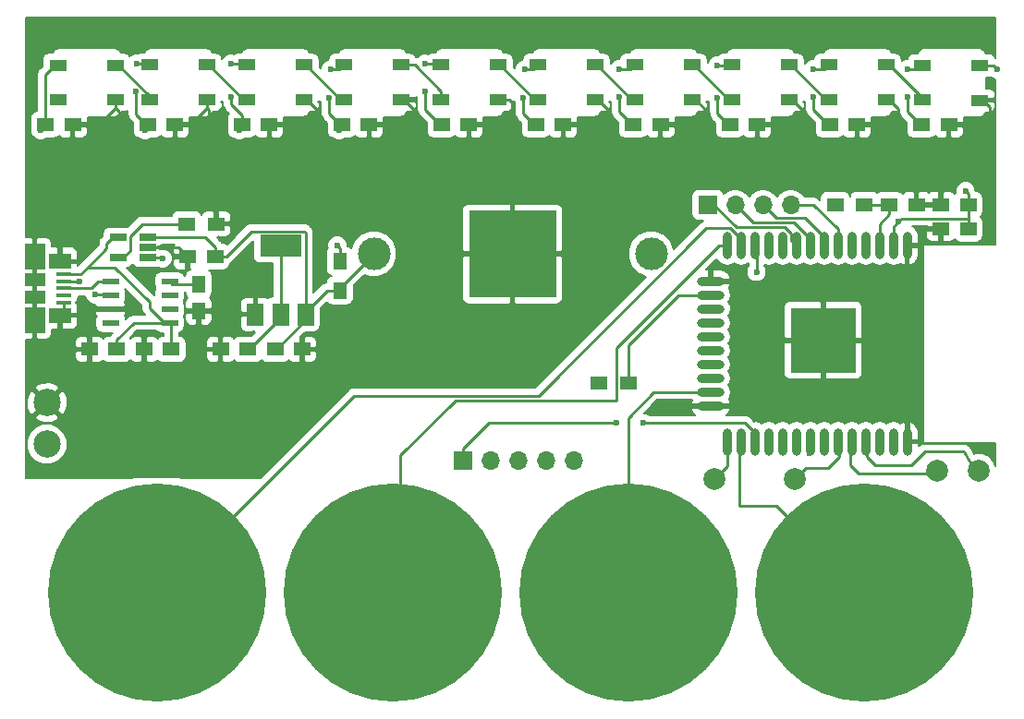
<source format=gbr>
G04 #@! TF.GenerationSoftware,KiCad,Pcbnew,5.0.1*
G04 #@! TF.CreationDate,2019-01-12T14:13:44-06:00*
G04 #@! TF.ProjectId,badge,62616467652E6B696361645F70636200,rev?*
G04 #@! TF.SameCoordinates,Original*
G04 #@! TF.FileFunction,Copper,L1,Top,Signal*
G04 #@! TF.FilePolarity,Positive*
%FSLAX46Y46*%
G04 Gerber Fmt 4.6, Leading zero omitted, Abs format (unit mm)*
G04 Created by KiCad (PCBNEW 5.0.1) date Sat 12 Jan 2019 02:13:44 PM CST*
%MOMM*%
%LPD*%
G01*
G04 APERTURE LIST*
G04 #@! TA.AperFunction,SMDPad,CuDef*
%ADD10R,1.550000X0.600000*%
G04 #@! TD*
G04 #@! TA.AperFunction,SMDPad,CuDef*
%ADD11R,1.600000X1.000000*%
G04 #@! TD*
G04 #@! TA.AperFunction,SMDPad,CuDef*
%ADD12O,0.900000X2.500000*%
G04 #@! TD*
G04 #@! TA.AperFunction,SMDPad,CuDef*
%ADD13O,2.500000X0.900000*%
G04 #@! TD*
G04 #@! TA.AperFunction,SMDPad,CuDef*
%ADD14R,6.000000X6.000000*%
G04 #@! TD*
G04 #@! TA.AperFunction,ComponentPad*
%ADD15C,3.000000*%
G04 #@! TD*
G04 #@! TA.AperFunction,SMDPad,CuDef*
%ADD16R,8.000000X8.000000*%
G04 #@! TD*
G04 #@! TA.AperFunction,SMDPad,CuDef*
%ADD17R,1.500000X1.250000*%
G04 #@! TD*
G04 #@! TA.AperFunction,SMDPad,CuDef*
%ADD18R,1.500000X1.300000*%
G04 #@! TD*
G04 #@! TA.AperFunction,ComponentPad*
%ADD19C,20.000000*%
G04 #@! TD*
G04 #@! TA.AperFunction,ComponentPad*
%ADD20C,2.000000*%
G04 #@! TD*
G04 #@! TA.AperFunction,ComponentPad*
%ADD21C,2.499360*%
G04 #@! TD*
G04 #@! TA.AperFunction,SMDPad,CuDef*
%ADD22R,1.250000X1.500000*%
G04 #@! TD*
G04 #@! TA.AperFunction,ComponentPad*
%ADD23R,1.700000X1.700000*%
G04 #@! TD*
G04 #@! TA.AperFunction,ComponentPad*
%ADD24O,1.700000X1.700000*%
G04 #@! TD*
G04 #@! TA.AperFunction,SMDPad,CuDef*
%ADD25R,3.800000X2.000000*%
G04 #@! TD*
G04 #@! TA.AperFunction,SMDPad,CuDef*
%ADD26R,1.500000X2.000000*%
G04 #@! TD*
G04 #@! TA.AperFunction,SMDPad,CuDef*
%ADD27R,1.380000X0.450000*%
G04 #@! TD*
G04 #@! TA.AperFunction,SMDPad,CuDef*
%ADD28R,2.100000X1.475000*%
G04 #@! TD*
G04 #@! TA.AperFunction,SMDPad,CuDef*
%ADD29R,1.900000X2.375000*%
G04 #@! TD*
G04 #@! TA.AperFunction,SMDPad,CuDef*
%ADD30R,1.900000X1.175000*%
G04 #@! TD*
G04 #@! TA.AperFunction,SMDPad,CuDef*
%ADD31R,1.300000X1.500000*%
G04 #@! TD*
G04 #@! TA.AperFunction,SMDPad,CuDef*
%ADD32R,1.560000X0.650000*%
G04 #@! TD*
G04 #@! TA.AperFunction,ViaPad*
%ADD33C,0.600000*%
G04 #@! TD*
G04 #@! TA.AperFunction,Conductor*
%ADD34C,0.250000*%
G04 #@! TD*
G04 #@! TA.AperFunction,Conductor*
%ADD35C,0.200000*%
G04 #@! TD*
G04 APERTURE END LIST*
D10*
G04 #@! TO.P,U2,8*
G04 #@! TO.N,Net-(C15-Pad1)*
X95156000Y-113665000D03*
G04 #@! TO.P,U2,7*
G04 #@! TO.N,RX*
X95156000Y-114935000D03*
G04 #@! TO.P,U2,6*
G04 #@! TO.N,TX*
X95156000Y-116205000D03*
G04 #@! TO.P,U2,5*
G04 #@! TO.N,VBUS*
X95156000Y-117475000D03*
G04 #@! TO.P,U2,4*
G04 #@! TO.N,Net-(U2-Pad4)*
X89756000Y-117475000D03*
G04 #@! TO.P,U2,3*
G04 #@! TO.N,VSS*
X89756000Y-116205000D03*
G04 #@! TO.P,U2,2*
G04 #@! TO.N,Net-(J10-Pad2)*
X89756000Y-114935000D03*
G04 #@! TO.P,U2,1*
G04 #@! TO.N,Net-(J10-Pad3)*
X89756000Y-113665000D03*
G04 #@! TD*
D11*
G04 #@! TO.P,0101,1*
G04 #@! TO.N,VDD*
X84920000Y-93828576D03*
G04 #@! TO.P,0101,2*
G04 #@! TO.N,Net-(LED10-Pad2)*
X84920000Y-96978576D03*
G04 #@! TO.P,0101,4*
G04 #@! TO.N,Net-(LED10-Pad4)*
X90170000Y-93828576D03*
G04 #@! TO.P,0101,3*
G04 #@! TO.N,VSS*
X90170000Y-97028576D03*
G04 #@! TD*
G04 #@! TO.P,0001,1*
G04 #@! TO.N,VDD*
X102215000Y-93825576D03*
G04 #@! TO.P,0001,2*
G04 #@! TO.N,Net-(LED8-Pad2)*
X102215000Y-96975576D03*
G04 #@! TO.P,0001,4*
G04 #@! TO.N,Net-(LED7-Pad2)*
X107465000Y-93825576D03*
G04 #@! TO.P,0001,3*
G04 #@! TO.N,VSS*
X107465000Y-97025576D03*
G04 #@! TD*
G04 #@! TO.P,0100,1*
G04 #@! TO.N,VDD*
X155555000Y-93825576D03*
G04 #@! TO.P,0100,2*
G04 #@! TO.N,Net-(LED2-Pad2)*
X155555000Y-96975576D03*
G04 #@! TO.P,0100,4*
G04 #@! TO.N,Net-(LED1-Pad2)*
X160805000Y-93825576D03*
G04 #@! TO.P,0100,3*
G04 #@! TO.N,VSS*
X160805000Y-97025576D03*
G04 #@! TD*
G04 #@! TO.P,1000,1*
G04 #@! TO.N,VDD*
X164145000Y-93853576D03*
G04 #@! TO.P,1000,2*
G04 #@! TO.N,Net-(LED1-Pad2)*
X164145000Y-97003576D03*
G04 #@! TO.P,1000,4*
G04 #@! TO.N,SPI*
X169395000Y-93853576D03*
G04 #@! TO.P,1000,3*
G04 #@! TO.N,VSS*
X169395000Y-97053576D03*
G04 #@! TD*
G04 #@! TO.P,1100,1*
G04 #@! TO.N,VDD*
X146665000Y-93825576D03*
G04 #@! TO.P,1100,2*
G04 #@! TO.N,Net-(LED3-Pad2)*
X146665000Y-96975576D03*
G04 #@! TO.P,1100,4*
G04 #@! TO.N,Net-(LED2-Pad2)*
X151915000Y-93825576D03*
G04 #@! TO.P,1100,3*
G04 #@! TO.N,VSS*
X151915000Y-97025576D03*
G04 #@! TD*
G04 #@! TO.P,0010,1*
G04 #@! TO.N,VDD*
X137775000Y-93825576D03*
G04 #@! TO.P,0010,2*
G04 #@! TO.N,Net-(LED4-Pad2)*
X137775000Y-96975576D03*
G04 #@! TO.P,0010,4*
G04 #@! TO.N,Net-(LED3-Pad2)*
X143025000Y-93825576D03*
G04 #@! TO.P,0010,3*
G04 #@! TO.N,VSS*
X143025000Y-97025576D03*
G04 #@! TD*
G04 #@! TO.P,1010,1*
G04 #@! TO.N,VDD*
X128885000Y-93825576D03*
G04 #@! TO.P,1010,2*
G04 #@! TO.N,Net-(LED5-Pad2)*
X128885000Y-96975576D03*
G04 #@! TO.P,1010,4*
G04 #@! TO.N,Net-(LED4-Pad2)*
X134135000Y-93825576D03*
G04 #@! TO.P,1010,3*
G04 #@! TO.N,VSS*
X134135000Y-97025576D03*
G04 #@! TD*
G04 #@! TO.P,0110,1*
G04 #@! TO.N,VDD*
X119995000Y-93825576D03*
G04 #@! TO.P,0110,2*
G04 #@! TO.N,Net-(LED6-Pad2)*
X119995000Y-96975576D03*
G04 #@! TO.P,0110,4*
G04 #@! TO.N,Net-(LED5-Pad2)*
X125245000Y-93825576D03*
G04 #@! TO.P,0110,3*
G04 #@! TO.N,VSS*
X125245000Y-97025576D03*
G04 #@! TD*
G04 #@! TO.P,1110,1*
G04 #@! TO.N,VDD*
X111105000Y-93825576D03*
G04 #@! TO.P,1110,2*
G04 #@! TO.N,Net-(LED7-Pad2)*
X111105000Y-96975576D03*
G04 #@! TO.P,1110,4*
G04 #@! TO.N,Net-(LED6-Pad2)*
X116355000Y-93825576D03*
G04 #@! TO.P,1110,3*
G04 #@! TO.N,VSS*
X116355000Y-97025576D03*
G04 #@! TD*
G04 #@! TO.P,1001,1*
G04 #@! TO.N,VDD*
X93325000Y-93825576D03*
G04 #@! TO.P,1001,2*
G04 #@! TO.N,Net-(LED10-Pad4)*
X93325000Y-96975576D03*
G04 #@! TO.P,1001,4*
G04 #@! TO.N,Net-(LED8-Pad2)*
X98575000Y-93825576D03*
G04 #@! TO.P,1001,3*
G04 #@! TO.N,VSS*
X98575000Y-97025576D03*
G04 #@! TD*
D12*
G04 #@! TO.P,U1,38*
G04 #@! TO.N,VSS*
X162730000Y-128380000D03*
G04 #@! TO.P,U1,37*
G04 #@! TO.N,IO23*
X161460000Y-128380000D03*
G04 #@! TO.P,U1,36*
G04 #@! TO.N,IO22*
X160190000Y-128380000D03*
G04 #@! TO.P,U1,35*
G04 #@! TO.N,TX*
X158920000Y-128380000D03*
G04 #@! TO.P,U1,34*
G04 #@! TO.N,RX*
X157650000Y-128380000D03*
G04 #@! TO.P,U1,33*
G04 #@! TO.N,IO21*
X156380000Y-128380000D03*
G04 #@! TO.P,U1,32*
G04 #@! TO.N,Net-(U1-Pad32)*
X155110000Y-128380000D03*
G04 #@! TO.P,U1,31*
G04 #@! TO.N,IO19*
X153840000Y-128380000D03*
G04 #@! TO.P,U1,30*
G04 #@! TO.N,IO18*
X152570000Y-128380000D03*
G04 #@! TO.P,U1,29*
G04 #@! TO.N,IO5*
X151300000Y-128380000D03*
G04 #@! TO.P,U1,28*
G04 #@! TO.N,IO17*
X150030000Y-128380000D03*
G04 #@! TO.P,U1,27*
G04 #@! TO.N,IO16*
X148760000Y-128380000D03*
G04 #@! TO.P,U1,26*
G04 #@! TO.N,P0*
X147490000Y-128380000D03*
G04 #@! TO.P,U1,25*
G04 #@! TO.N,IO0*
X146220000Y-128380000D03*
D13*
G04 #@! TO.P,U1,24*
G04 #@! TO.N,VSS*
X144730000Y-125095000D03*
G04 #@! TO.P,U1,23*
G04 #@! TO.N,P1*
X144730000Y-123825000D03*
G04 #@! TO.P,U1,22*
G04 #@! TO.N,Net-(U1-Pad22)*
X144730000Y-122555000D03*
G04 #@! TO.P,U1,21*
G04 #@! TO.N,Net-(U1-Pad21)*
X144730000Y-121285000D03*
G04 #@! TO.P,U1,20*
G04 #@! TO.N,Net-(U1-Pad20)*
X144730000Y-120015000D03*
G04 #@! TO.P,U1,19*
G04 #@! TO.N,Net-(U1-Pad19)*
X144730000Y-118745000D03*
G04 #@! TO.P,U1,18*
G04 #@! TO.N,Net-(U1-Pad18)*
X144730000Y-117475000D03*
G04 #@! TO.P,U1,17*
G04 #@! TO.N,Net-(U1-Pad17)*
X144730000Y-116205000D03*
G04 #@! TO.P,U1,16*
G04 #@! TO.N,IO13*
X144730000Y-114935000D03*
G04 #@! TO.P,U1,15*
G04 #@! TO.N,VSS*
X144730000Y-113665000D03*
D12*
G04 #@! TO.P,U1,14*
G04 #@! TO.N,P2*
X146220000Y-110380000D03*
G04 #@! TO.P,U1,13*
G04 #@! TO.N,P3*
X147490000Y-110380000D03*
G04 #@! TO.P,U1,12*
G04 #@! TO.N,IO27*
X148760000Y-110380000D03*
G04 #@! TO.P,U1,11*
G04 #@! TO.N,Net-(U1-Pad11)*
X150030000Y-110380000D03*
G04 #@! TO.P,U1,10*
G04 #@! TO.N,SPI*
X151300000Y-110380000D03*
G04 #@! TO.P,U1,9*
G04 #@! TO.N,IO33*
X152570000Y-110380000D03*
G04 #@! TO.P,U1,8*
G04 #@! TO.N,IO32*
X153840000Y-110380000D03*
G04 #@! TO.P,U1,7*
G04 #@! TO.N,IO35*
X155110000Y-110380000D03*
G04 #@! TO.P,U1,6*
G04 #@! TO.N,IO34*
X156380000Y-110380000D03*
G04 #@! TO.P,U1,5*
G04 #@! TO.N,Net-(U1-Pad5)*
X157650000Y-110380000D03*
G04 #@! TO.P,U1,4*
G04 #@! TO.N,Net-(U1-Pad4)*
X158920000Y-110380000D03*
G04 #@! TO.P,U1,3*
G04 #@! TO.N,Net-(C11-Pad1)*
X160190000Y-110380000D03*
G04 #@! TO.P,U1,2*
G04 #@! TO.N,VDD*
X161460000Y-110380000D03*
G04 #@! TO.P,U1,1*
G04 #@! TO.N,VSS*
X162730000Y-110380000D03*
D14*
G04 #@! TO.P,U1,39*
X155030000Y-119080000D03*
G04 #@! TD*
D15*
G04 #@! TO.P,BT1,1*
G04 #@! TO.N,VDDA*
X139270000Y-111147000D03*
X113870000Y-111147000D03*
D16*
G04 #@! TO.P,BT1,2*
G04 #@! TO.N,VSS*
X126570000Y-111147000D03*
G04 #@! TD*
D17*
G04 #@! TO.P,C1,1*
G04 #@! TO.N,VDD*
X164034000Y-99301000D03*
G04 #@! TO.P,C1,2*
G04 #@! TO.N,VSS*
X166534000Y-99301000D03*
G04 #@! TD*
G04 #@! TO.P,C2,1*
G04 #@! TO.N,VDD*
X155632000Y-99301000D03*
G04 #@! TO.P,C2,2*
G04 #@! TO.N,VSS*
X158132000Y-99301000D03*
G04 #@! TD*
G04 #@! TO.P,C3,1*
G04 #@! TO.N,VDD*
X146488000Y-99301000D03*
G04 #@! TO.P,C3,2*
G04 #@! TO.N,VSS*
X148988000Y-99301000D03*
G04 #@! TD*
G04 #@! TO.P,C4,1*
G04 #@! TO.N,VDD*
X137618000Y-99301000D03*
G04 #@! TO.P,C4,2*
G04 #@! TO.N,VSS*
X140118000Y-99301000D03*
G04 #@! TD*
G04 #@! TO.P,C5,1*
G04 #@! TO.N,VDD*
X128708000Y-99301000D03*
G04 #@! TO.P,C5,2*
G04 #@! TO.N,VSS*
X131208000Y-99301000D03*
G04 #@! TD*
G04 #@! TO.P,C6,1*
G04 #@! TO.N,VDD*
X120072000Y-99301000D03*
G04 #@! TO.P,C6,2*
G04 #@! TO.N,VSS*
X122572000Y-99301000D03*
G04 #@! TD*
G04 #@! TO.P,C7,1*
G04 #@! TO.N,VDD*
X110928000Y-99301000D03*
G04 #@! TO.P,C7,2*
G04 #@! TO.N,VSS*
X113428000Y-99301000D03*
G04 #@! TD*
G04 #@! TO.P,C8,1*
G04 #@! TO.N,VDD*
X101784000Y-99301000D03*
G04 #@! TO.P,C8,2*
G04 #@! TO.N,VSS*
X104284000Y-99301000D03*
G04 #@! TD*
G04 #@! TO.P,C9,1*
G04 #@! TO.N,VDD*
X93148000Y-99301000D03*
G04 #@! TO.P,C9,2*
G04 #@! TO.N,VSS*
X95648000Y-99301000D03*
G04 #@! TD*
G04 #@! TO.P,C10,1*
G04 #@! TO.N,VDD*
X83770000Y-99301000D03*
G04 #@! TO.P,C10,2*
G04 #@! TO.N,VSS*
X86270000Y-99301000D03*
G04 #@! TD*
G04 #@! TO.P,C11,1*
G04 #@! TO.N,Net-(C11-Pad1)*
X161070000Y-106647000D03*
G04 #@! TO.P,C11,2*
G04 #@! TO.N,VSS*
X163570000Y-106647000D03*
G04 #@! TD*
G04 #@! TO.P,C12,1*
G04 #@! TO.N,VSS*
X165820000Y-106647000D03*
G04 #@! TO.P,C12,2*
G04 #@! TO.N,VDD*
X168320000Y-106647000D03*
G04 #@! TD*
G04 #@! TO.P,C13,1*
G04 #@! TO.N,VSS*
X165820000Y-108839000D03*
G04 #@! TO.P,C13,2*
G04 #@! TO.N,VDD*
X168320000Y-108839000D03*
G04 #@! TD*
D18*
G04 #@! TO.P,R1,1*
G04 #@! TO.N,VDD*
X156120000Y-106647000D03*
G04 #@! TO.P,R1,2*
G04 #@! TO.N,Net-(C11-Pad1)*
X158820000Y-106647000D03*
G04 #@! TD*
D19*
G04 #@! TO.P,J5,1*
G04 #@! TO.N,P3*
X93980000Y-142240000D03*
G04 #@! TD*
G04 #@! TO.P,J11,1*
G04 #@! TO.N,P2*
X115570000Y-142240000D03*
G04 #@! TD*
G04 #@! TO.P,J12,1*
G04 #@! TO.N,P1*
X137160000Y-142240000D03*
G04 #@! TD*
G04 #@! TO.P,J13,1*
G04 #@! TO.N,P0*
X158750000Y-142240000D03*
G04 #@! TD*
D20*
G04 #@! TO.P,J4,1*
G04 #@! TO.N,RX*
X165481000Y-131064000D03*
G04 #@! TO.N,TX*
X169291000Y-131064000D03*
G04 #@! TD*
G04 #@! TO.P,J7,1*
G04 #@! TO.N,IO21*
X152400000Y-131826000D03*
G04 #@! TD*
G04 #@! TO.P,J9,1*
G04 #@! TO.N,IO0*
X145034000Y-131826000D03*
G04 #@! TD*
D21*
G04 #@! TO.P,J14,1*
G04 #@! TO.N,VDD*
X83920000Y-128607000D03*
G04 #@! TO.N,VSS*
X83920000Y-124797000D03*
G04 #@! TD*
D17*
G04 #@! TO.P,C14,1*
G04 #@! TO.N,VSS*
X87820000Y-119897000D03*
G04 #@! TO.P,C14,2*
G04 #@! TO.N,VBUS*
X90320000Y-119897000D03*
G04 #@! TD*
D22*
G04 #@! TO.P,C15,2*
G04 #@! TO.N,VSS*
X97820000Y-116397000D03*
G04 #@! TO.P,C15,1*
G04 #@! TO.N,Net-(C15-Pad1)*
X97820000Y-113897000D03*
G04 #@! TD*
D17*
G04 #@! TO.P,C16,2*
G04 #@! TO.N,VSS*
X107320000Y-119897000D03*
G04 #@! TO.P,C16,1*
G04 #@! TO.N,VDDA*
X104820000Y-119897000D03*
G04 #@! TD*
G04 #@! TO.P,C17,2*
G04 #@! TO.N,VDDA*
X99320000Y-111397000D03*
G04 #@! TO.P,C17,1*
G04 #@! TO.N,VSS*
X96820000Y-111397000D03*
G04 #@! TD*
G04 #@! TO.P,C18,1*
G04 #@! TO.N,VDD*
X102320000Y-119897000D03*
G04 #@! TO.P,C18,2*
G04 #@! TO.N,VSS*
X99820000Y-119897000D03*
G04 #@! TD*
G04 #@! TO.P,C19,1*
G04 #@! TO.N,VSS*
X92820000Y-119897000D03*
G04 #@! TO.P,C19,2*
G04 #@! TO.N,VBUS*
X95320000Y-119897000D03*
G04 #@! TD*
D23*
G04 #@! TO.P,J8,1*
G04 #@! TO.N,IO16*
X122030000Y-130147000D03*
D24*
G04 #@! TO.P,J8,2*
G04 #@! TO.N,IO17*
X124570000Y-130147000D03*
G04 #@! TO.P,J8,3*
G04 #@! TO.N,IO5*
X127110000Y-130147000D03*
G04 #@! TO.P,J8,4*
G04 #@! TO.N,IO18*
X129650000Y-130147000D03*
G04 #@! TO.P,J8,5*
G04 #@! TO.N,IO19*
X132190000Y-130147000D03*
G04 #@! TD*
D18*
G04 #@! TO.P,R2,1*
G04 #@! TO.N,Net-(R2-Pad1)*
X96720000Y-108397000D03*
G04 #@! TO.P,R2,2*
G04 #@! TO.N,VSS*
X99420000Y-108397000D03*
G04 #@! TD*
D25*
G04 #@! TO.P,U4,2*
G04 #@! TO.N,VDD*
X105320000Y-110397000D03*
D26*
X105320000Y-116697000D03*
G04 #@! TO.P,U4,3*
G04 #@! TO.N,VDDA*
X107620000Y-116697000D03*
G04 #@! TO.P,U4,1*
G04 #@! TO.N,VSS*
X103020000Y-116697000D03*
G04 #@! TD*
D27*
G04 #@! TO.P,J10,1*
G04 #@! TO.N,VBUS*
X85464000Y-113011000D03*
G04 #@! TO.P,J10,2*
G04 #@! TO.N,Net-(J10-Pad2)*
X85464000Y-113661000D03*
G04 #@! TO.P,J10,3*
G04 #@! TO.N,Net-(J10-Pad3)*
X85464000Y-114311000D03*
G04 #@! TO.P,J10,4*
G04 #@! TO.N,Net-(J10-Pad4)*
X85464000Y-114961000D03*
G04 #@! TO.P,J10,5*
G04 #@! TO.N,VSS*
X85464000Y-115611000D03*
D28*
G04 #@! TO.P,J10,6*
X85104000Y-111848500D03*
X85104000Y-116773500D03*
D29*
X82804000Y-111401000D03*
X82804000Y-117221000D03*
D30*
X82804000Y-113471000D03*
X82804000Y-115151000D03*
G04 #@! TD*
D31*
G04 #@! TO.P,R3,1*
G04 #@! TO.N,VDD*
X110744000Y-111807000D03*
G04 #@! TO.P,R3,2*
G04 #@! TO.N,VDDA*
X110744000Y-114507000D03*
G04 #@! TD*
D32*
G04 #@! TO.P,U3,1*
G04 #@! TO.N,IO27*
X93124000Y-111501000D03*
G04 #@! TO.P,U3,2*
G04 #@! TO.N,VSS*
X93124000Y-110551000D03*
G04 #@! TO.P,U3,3*
G04 #@! TO.N,VDDA*
X93124000Y-109601000D03*
G04 #@! TO.P,U3,4*
G04 #@! TO.N,VBUS*
X90424000Y-109601000D03*
G04 #@! TO.P,U3,5*
G04 #@! TO.N,Net-(R2-Pad1)*
X90424000Y-111501000D03*
G04 #@! TD*
D18*
G04 #@! TO.P,R4,1*
G04 #@! TO.N,IO13*
X137220000Y-122997000D03*
G04 #@! TO.P,R4,2*
G04 #@! TO.N,Net-(LS1-Pad1)*
X134520000Y-122997000D03*
G04 #@! TD*
D23*
G04 #@! TO.P,J1,1*
G04 #@! TO.N,IO33*
X144450000Y-106647000D03*
D24*
G04 #@! TO.P,J1,2*
G04 #@! TO.N,IO32*
X146990000Y-106647000D03*
G04 #@! TO.P,J1,3*
G04 #@! TO.N,IO35*
X149530000Y-106647000D03*
G04 #@! TO.P,J1,4*
G04 #@! TO.N,IO34*
X152070000Y-106647000D03*
G04 #@! TD*
D33*
G04 #@! TO.N,VDD*
X156120000Y-106397000D03*
X110720000Y-99797000D03*
X101520000Y-99797000D03*
X92920000Y-99797000D03*
X83320000Y-99797000D03*
G04 #@! TO.N,IO17*
X150070000Y-127897000D03*
G04 #@! TO.N,IO5*
X151320000Y-128397000D03*
G04 #@! TO.N,IO18*
X152570000Y-128897000D03*
G04 #@! TO.N,IO19*
X153820000Y-129397000D03*
G04 #@! TO.N,VDD*
X104120000Y-110397000D03*
X106320000Y-110397000D03*
X92038320Y-96280781D03*
X92132000Y-93713000D03*
X100768000Y-96761000D03*
X100768000Y-93713000D03*
X109755769Y-96810229D03*
X109912000Y-94221000D03*
X118548000Y-96253000D03*
X118548000Y-93713000D03*
X127535769Y-96810229D03*
X127692000Y-94221000D03*
X136328000Y-96761000D03*
X136328000Y-94221000D03*
X145315769Y-96810229D03*
X145315769Y-93869231D03*
X154108000Y-96761000D03*
X154108000Y-94221000D03*
X162744000Y-96761000D03*
X162744000Y-94221000D03*
X168070000Y-105397000D03*
X110520000Y-110397000D03*
X161920000Y-108197000D03*
G04 #@! TO.N,VSS*
X96920000Y-111197000D03*
X99120000Y-108397000D03*
X119997600Y-114321400D03*
X155030000Y-119080000D03*
X162814000Y-125984000D03*
G04 #@! TO.N,SPI*
X170945000Y-94197000D03*
X151300000Y-110380000D03*
G04 #@! TO.N,TX*
X95156000Y-116205000D03*
X158920000Y-128380000D03*
G04 #@! TO.N,RX*
X95156000Y-114935000D03*
X157650000Y-128380000D03*
G04 #@! TO.N,IO16*
X136070000Y-126672010D03*
X138570000Y-126672010D03*
G04 #@! TO.N,IO27*
X94520000Y-111597000D03*
X148920000Y-112797000D03*
G04 #@! TO.N,Net-(J10-Pad2)*
X86868000Y-113665000D03*
X88320000Y-114897000D03*
G04 #@! TO.N,Net-(LS1-Pad1)*
X134520000Y-122997000D03*
G04 #@! TD*
D34*
G04 #@! TO.N,VDD*
X84620000Y-93828576D02*
X84920000Y-93828576D01*
X83770000Y-94678576D02*
X84620000Y-93828576D01*
X83770000Y-99301000D02*
X83770000Y-94678576D01*
X92038320Y-98191320D02*
X92038320Y-96280781D01*
X92038320Y-98316320D02*
X92038320Y-98191320D01*
X93148000Y-99301000D02*
X93023000Y-99301000D01*
X93023000Y-99301000D02*
X92038320Y-98316320D01*
X93212424Y-93713000D02*
X93325000Y-93825576D01*
X92132000Y-93713000D02*
X93212424Y-93713000D01*
X100768000Y-97410000D02*
X100768000Y-96761000D01*
X101784000Y-99301000D02*
X101784000Y-98426000D01*
X101784000Y-98426000D02*
X100768000Y-97410000D01*
X102102424Y-93713000D02*
X102215000Y-93825576D01*
X100768000Y-93713000D02*
X102102424Y-93713000D01*
X109755769Y-98253769D02*
X109755769Y-96810229D01*
X110928000Y-99301000D02*
X110803000Y-99301000D01*
X110803000Y-99301000D02*
X109755769Y-98253769D01*
X110709576Y-94221000D02*
X111105000Y-93825576D01*
X109912000Y-94221000D02*
X110709576Y-94221000D01*
X118548000Y-97902000D02*
X118548000Y-96253000D01*
X120072000Y-99301000D02*
X119947000Y-99301000D01*
X119947000Y-99301000D02*
X118548000Y-97902000D01*
X119882424Y-93713000D02*
X119995000Y-93825576D01*
X118548000Y-93713000D02*
X119882424Y-93713000D01*
X127535769Y-98253769D02*
X127535769Y-96810229D01*
X128708000Y-99301000D02*
X128583000Y-99301000D01*
X128583000Y-99301000D02*
X127535769Y-98253769D01*
X128489576Y-94221000D02*
X128885000Y-93825576D01*
X127692000Y-94221000D02*
X128489576Y-94221000D01*
X136328000Y-98011000D02*
X136328000Y-96761000D01*
X136328000Y-98136000D02*
X136328000Y-98011000D01*
X137618000Y-99301000D02*
X137493000Y-99301000D01*
X137493000Y-99301000D02*
X136328000Y-98136000D01*
X137379576Y-94221000D02*
X137775000Y-93825576D01*
X136328000Y-94221000D02*
X137379576Y-94221000D01*
X145315769Y-98128769D02*
X145315769Y-96810229D01*
X145315769Y-98253769D02*
X145315769Y-98128769D01*
X146488000Y-99301000D02*
X146363000Y-99301000D01*
X146363000Y-99301000D02*
X145315769Y-98253769D01*
X146621345Y-93869231D02*
X146665000Y-93825576D01*
X145315769Y-93869231D02*
X146621345Y-93869231D01*
X154108000Y-97902000D02*
X154108000Y-96761000D01*
X155632000Y-99301000D02*
X155507000Y-99301000D01*
X155507000Y-99301000D02*
X154108000Y-97902000D01*
X155159576Y-94221000D02*
X155555000Y-93825576D01*
X154108000Y-94221000D02*
X155159576Y-94221000D01*
X162744000Y-98011000D02*
X162744000Y-96761000D01*
X164034000Y-99301000D02*
X163909000Y-99301000D01*
X162744000Y-98136000D02*
X162744000Y-98011000D01*
X163909000Y-99301000D02*
X162744000Y-98136000D01*
X163777576Y-94221000D02*
X164145000Y-93853576D01*
X162744000Y-94221000D02*
X163777576Y-94221000D01*
X102445000Y-119897000D02*
X105320000Y-117022000D01*
X105320000Y-117022000D02*
X105320000Y-116697000D01*
X102320000Y-119897000D02*
X102445000Y-119897000D01*
X105320000Y-115447000D02*
X105320000Y-110397000D01*
X105320000Y-116697000D02*
X105320000Y-115447000D01*
X168320000Y-108839000D02*
X168320000Y-106647000D01*
X168320000Y-106647000D02*
X168320000Y-105647000D01*
X168320000Y-105647000D02*
X168070000Y-105397000D01*
X110744000Y-111807000D02*
X110744000Y-110621000D01*
X110744000Y-110621000D02*
X110520000Y-110397000D01*
X161460000Y-110380000D02*
X161460000Y-108657000D01*
X161460000Y-108657000D02*
X161920000Y-108197000D01*
X162219999Y-107897001D02*
X161920000Y-108197000D01*
X162228001Y-107888999D02*
X162219999Y-107897001D01*
X168244999Y-107888999D02*
X162228001Y-107888999D01*
X168320000Y-107964000D02*
X168244999Y-107888999D01*
X168320000Y-108839000D02*
X168320000Y-107964000D01*
G04 #@! TO.N,VSS*
X162730000Y-128380000D02*
X162814000Y-128296000D01*
X162814000Y-128296000D02*
X162814000Y-125984000D01*
X144430280Y-125394720D02*
X144730000Y-125095000D01*
X95974000Y-110551000D02*
X96820000Y-111397000D01*
X93124000Y-110551000D02*
X95974000Y-110551000D01*
X87270000Y-99301000D02*
X86270000Y-99301000D01*
X88647576Y-99301000D02*
X87270000Y-99301000D01*
X90170000Y-97778576D02*
X88647576Y-99301000D01*
X90170000Y-97028576D02*
X90170000Y-97778576D01*
X97049576Y-99301000D02*
X96648000Y-99301000D01*
X96648000Y-99301000D02*
X95648000Y-99301000D01*
X98575000Y-97775576D02*
X97049576Y-99301000D01*
X98575000Y-97025576D02*
X98575000Y-97775576D01*
X98575000Y-97775576D02*
X98720000Y-97920576D01*
X98720000Y-97920576D02*
X98720000Y-99397000D01*
X90170000Y-97778576D02*
X90520000Y-98128576D01*
X90520000Y-98128576D02*
X90520000Y-98797000D01*
X108720000Y-97980576D02*
X108720000Y-98280576D01*
X107465000Y-97025576D02*
X107765000Y-97025576D01*
X107765000Y-97025576D02*
X108720000Y-97980576D01*
X108720000Y-98280576D02*
X108720000Y-98597000D01*
X116655000Y-97025576D02*
X117520000Y-97890576D01*
X116355000Y-97025576D02*
X116655000Y-97025576D01*
X117520000Y-97890576D02*
X117520000Y-98597000D01*
X126295000Y-97025576D02*
X126520000Y-97250576D01*
X125245000Y-97025576D02*
X126295000Y-97025576D01*
X126520000Y-97250576D02*
X126520000Y-98797000D01*
X134435000Y-97025576D02*
X135520000Y-98110576D01*
X134135000Y-97025576D02*
X134435000Y-97025576D01*
X135520000Y-98110576D02*
X135520000Y-98797000D01*
X143325000Y-97025576D02*
X144520000Y-98220576D01*
X143025000Y-97025576D02*
X143325000Y-97025576D01*
X144520000Y-98220576D02*
X144520000Y-98597000D01*
X152215000Y-97025576D02*
X153320000Y-98130576D01*
X151915000Y-97025576D02*
X152215000Y-97025576D01*
X153320000Y-98130576D02*
X153320000Y-98597000D01*
X160805000Y-97025576D02*
X161105000Y-97025576D01*
X161920000Y-97840576D02*
X161920000Y-98140576D01*
X161105000Y-97025576D02*
X161920000Y-97840576D01*
X161920000Y-98140576D02*
X161920000Y-98397000D01*
X169695000Y-97053576D02*
X170320000Y-97678576D01*
X169395000Y-97053576D02*
X169695000Y-97053576D01*
X170320000Y-97678576D02*
X170320000Y-98997000D01*
X85464000Y-116413500D02*
X85104000Y-116773500D01*
X85464000Y-115611000D02*
X85464000Y-116413500D01*
G04 #@! TO.N,SPI*
X169395000Y-93853576D02*
X170601576Y-93853576D01*
X170601576Y-93853576D02*
X170945000Y-94197000D01*
G04 #@! TO.N,Net-(LED1-Pad2)*
X164145000Y-96865576D02*
X164145000Y-97003576D01*
X161105000Y-93825576D02*
X164145000Y-96865576D01*
X160805000Y-93825576D02*
X161105000Y-93825576D01*
G04 #@! TO.N,Net-(LED2-Pad2)*
X152105000Y-93825576D02*
X151915000Y-93825576D01*
X155255000Y-96975576D02*
X152105000Y-93825576D01*
X155555000Y-96975576D02*
X155255000Y-96975576D01*
G04 #@! TO.N,Net-(LED3-Pad2)*
X143215000Y-93825576D02*
X143025000Y-93825576D01*
X146365000Y-96975576D02*
X143215000Y-93825576D01*
X146665000Y-96975576D02*
X146365000Y-96975576D01*
G04 #@! TO.N,Net-(LED4-Pad2)*
X134325000Y-93825576D02*
X134135000Y-93825576D01*
X137475000Y-96975576D02*
X134325000Y-93825576D01*
X137775000Y-96975576D02*
X137475000Y-96975576D01*
G04 #@! TO.N,Net-(LED5-Pad2)*
X125435000Y-93825576D02*
X125245000Y-93825576D01*
X128585000Y-96975576D02*
X125435000Y-93825576D01*
X128885000Y-96975576D02*
X128585000Y-96975576D01*
G04 #@! TO.N,Net-(LED6-Pad2)*
X117405000Y-93825576D02*
X116355000Y-93825576D01*
X117595000Y-93825576D02*
X117405000Y-93825576D01*
X119995000Y-96225576D02*
X117595000Y-93825576D01*
X119995000Y-96975576D02*
X119995000Y-96225576D01*
G04 #@! TO.N,Net-(LED7-Pad2)*
X110805000Y-96975576D02*
X107655000Y-93825576D01*
X107655000Y-93825576D02*
X107465000Y-93825576D01*
X111105000Y-96975576D02*
X110805000Y-96975576D01*
G04 #@! TO.N,Net-(LED8-Pad2)*
X98765000Y-93825576D02*
X98575000Y-93825576D01*
X101915000Y-96975576D02*
X98765000Y-93825576D01*
X102215000Y-96975576D02*
X101915000Y-96975576D01*
G04 #@! TO.N,Net-(LED10-Pad4)*
X93325000Y-96683576D02*
X93325000Y-96975576D01*
X90470000Y-93828576D02*
X93325000Y-96683576D01*
X90170000Y-93828576D02*
X90470000Y-93828576D01*
G04 #@! TO.N,IO23*
X161460000Y-128380000D02*
X161376000Y-128464000D01*
X161376000Y-128464000D02*
X161460000Y-128380000D01*
G04 #@! TO.N,TX*
X159766000Y-130556000D02*
X163068000Y-130556000D01*
X159004000Y-129794000D02*
X159766000Y-130556000D01*
X159004000Y-129540000D02*
X159004000Y-129794000D01*
X158920000Y-128380000D02*
X159004000Y-128464000D01*
X159004000Y-128464000D02*
X159004000Y-129540000D01*
X168402000Y-130175000D02*
X169291000Y-131064000D01*
X167894000Y-129286000D02*
X168402000Y-130175000D01*
X167894000Y-129286000D02*
X167894000Y-129286000D01*
X164338000Y-129286000D02*
X167894000Y-129286000D01*
X163068000Y-130556000D02*
X164338000Y-129286000D01*
G04 #@! TO.N,RX*
X157650000Y-128380000D02*
X157480000Y-128550000D01*
X157480000Y-128550000D02*
X157480000Y-130556000D01*
X157480000Y-130556000D02*
X158242000Y-131318000D01*
X158242000Y-131318000D02*
X165227000Y-131318000D01*
X165227000Y-131318000D02*
X165481000Y-131064000D01*
G04 #@! TO.N,IO21*
X152400000Y-131826000D02*
X153416000Y-130810000D01*
X156464000Y-129794000D02*
X156464000Y-128464000D01*
X155448000Y-130810000D02*
X156464000Y-129794000D01*
X153416000Y-130810000D02*
X155448000Y-130810000D01*
X156464000Y-128464000D02*
X156380000Y-128380000D01*
G04 #@! TO.N,IO16*
X124404990Y-126672010D02*
X136070000Y-126672010D01*
X122030000Y-130147000D02*
X122030000Y-129047000D01*
X122030000Y-129047000D02*
X124404990Y-126672010D01*
X148760000Y-127580000D02*
X148760000Y-128380000D01*
X147852010Y-126672010D02*
X148760000Y-127580000D01*
X138570000Y-126672010D02*
X147852010Y-126672010D01*
G04 #@! TO.N,P0*
X147490000Y-128380000D02*
X147320000Y-128550000D01*
X147320000Y-128550000D02*
X147320000Y-134239000D01*
X150749000Y-134239000D02*
X158750000Y-142240000D01*
X147320000Y-134239000D02*
X150749000Y-134239000D01*
G04 #@! TO.N,IO0*
X145034000Y-131826000D02*
X146220000Y-130640000D01*
X146220000Y-130640000D02*
X146220000Y-128380000D01*
G04 #@! TO.N,P3*
X93980000Y-142240000D02*
X93980000Y-140970000D01*
X112073010Y-124146990D02*
X94380010Y-141839990D01*
X128971012Y-124146990D02*
X112073010Y-124146990D01*
X144313012Y-108804990D02*
X128971012Y-124146990D01*
X146541019Y-108804990D02*
X144313012Y-108804990D01*
X147490000Y-109753971D02*
X146541019Y-108804990D01*
X147490000Y-110380000D02*
X147490000Y-109753971D01*
G04 #@! TO.N,IO13*
X137220000Y-122997000D02*
X137220000Y-119497000D01*
X141782000Y-114935000D02*
X144730000Y-114935000D01*
X137220000Y-119497000D02*
X141782000Y-114935000D01*
G04 #@! TO.N,P1*
X139517000Y-123825000D02*
X144730000Y-123825000D01*
X137160000Y-126182000D02*
X139517000Y-123825000D01*
X137160000Y-142240000D02*
X137160000Y-126182000D01*
G04 #@! TO.N,IO27*
X93124000Y-111501000D02*
X94424000Y-111501000D01*
X94424000Y-111501000D02*
X94520000Y-111597000D01*
X148920000Y-110540000D02*
X148760000Y-110380000D01*
X148920000Y-112797000D02*
X148920000Y-110540000D01*
G04 #@! TO.N,IO33*
X145019439Y-106647000D02*
X144450000Y-106647000D01*
X147094460Y-108722021D02*
X145019439Y-106647000D01*
X151538050Y-108722021D02*
X147094460Y-108722021D01*
X152075010Y-109258981D02*
X151538050Y-108722021D01*
X152075010Y-109902010D02*
X152075010Y-109258981D01*
X152553000Y-110380000D02*
X152075010Y-109902010D01*
X152570000Y-110380000D02*
X152553000Y-110380000D01*
G04 #@! TO.N,IO32*
X152358040Y-108272011D02*
X148615011Y-108272011D01*
X147839999Y-107496999D02*
X146990000Y-106647000D01*
X148615011Y-108272011D02*
X147839999Y-107496999D01*
X153840000Y-109753971D02*
X152358040Y-108272011D01*
X153840000Y-110380000D02*
X153840000Y-109753971D01*
G04 #@! TO.N,IO35*
X150705001Y-107822001D02*
X150379999Y-107496999D01*
X150379999Y-107496999D02*
X149530000Y-106647000D01*
X153352001Y-107822001D02*
X150705001Y-107822001D01*
X155110000Y-109580000D02*
X153352001Y-107822001D01*
X155110000Y-110380000D02*
X155110000Y-109580000D01*
G04 #@! TO.N,IO34*
X153272081Y-106647000D02*
X152070000Y-106647000D01*
X154147000Y-106647000D02*
X153272081Y-106647000D01*
X156380000Y-108880000D02*
X154147000Y-106647000D01*
X156380000Y-110380000D02*
X156380000Y-108880000D01*
G04 #@! TO.N,Net-(C11-Pad1)*
X158820000Y-106647000D02*
X161070000Y-106647000D01*
X160190000Y-108880000D02*
X160190000Y-110380000D01*
X160190000Y-108402000D02*
X160190000Y-108880000D01*
X161070000Y-107522000D02*
X160190000Y-108402000D01*
X161070000Y-106647000D02*
X161070000Y-107522000D01*
G04 #@! TO.N,P2*
X115570000Y-142240000D02*
X115570000Y-134620000D01*
X145520000Y-110380000D02*
X136120000Y-119780000D01*
X146220000Y-110380000D02*
X145520000Y-110380000D01*
X136120000Y-119780000D02*
X136120000Y-124597000D01*
X136120000Y-124597000D02*
X121320000Y-124597000D01*
X121320000Y-124597000D02*
X116320000Y-129597000D01*
X116320000Y-141490000D02*
X115970010Y-141839990D01*
X116320000Y-129597000D02*
X116320000Y-141490000D01*
G04 #@! TO.N,VDDA*
X109844000Y-114507000D02*
X110744000Y-114507000D01*
X109560000Y-114507000D02*
X109844000Y-114507000D01*
X107620000Y-116447000D02*
X109560000Y-114507000D01*
X107620000Y-116697000D02*
X107620000Y-116447000D01*
X107620000Y-115447000D02*
X107620000Y-116697000D01*
X107620000Y-109211998D02*
X107620000Y-115447000D01*
X107480001Y-109071999D02*
X107620000Y-109211998D01*
X102645001Y-109071999D02*
X107480001Y-109071999D01*
X100320000Y-111397000D02*
X102645001Y-109071999D01*
X99320000Y-111397000D02*
X100320000Y-111397000D01*
X99320000Y-110522000D02*
X99320000Y-111397000D01*
X98399000Y-109601000D02*
X99320000Y-110522000D01*
X93124000Y-109601000D02*
X98399000Y-109601000D01*
X107620000Y-117222000D02*
X107620000Y-116697000D01*
X104945000Y-119897000D02*
X107620000Y-117222000D01*
X104820000Y-119897000D02*
X104945000Y-119897000D01*
X110744000Y-114273000D02*
X110744000Y-114507000D01*
X113870000Y-111147000D02*
X110744000Y-114273000D01*
G04 #@! TO.N,VBUS*
X89969000Y-109601000D02*
X90424000Y-109601000D01*
X89394000Y-110176000D02*
X89969000Y-109601000D01*
X89394000Y-110631000D02*
X89394000Y-110176000D01*
X85464000Y-113011000D02*
X87014000Y-113011000D01*
X90148002Y-112397000D02*
X93320000Y-115568998D01*
X87628000Y-112397000D02*
X90148002Y-112397000D01*
X87628000Y-112397000D02*
X89394000Y-110631000D01*
X87014000Y-113011000D02*
X87628000Y-112397000D01*
X94681000Y-117475000D02*
X95156000Y-117475000D01*
X93320000Y-116114000D02*
X94681000Y-117475000D01*
X93320000Y-115568998D02*
X93320000Y-116114000D01*
X94131000Y-117475000D02*
X95156000Y-117475000D01*
X91867000Y-117475000D02*
X94131000Y-117475000D01*
X90320000Y-119022000D02*
X91867000Y-117475000D01*
X90320000Y-119897000D02*
X90320000Y-119022000D01*
X95320000Y-117639000D02*
X95156000Y-117475000D01*
X95320000Y-119897000D02*
X95320000Y-117639000D01*
G04 #@! TO.N,Net-(C15-Pad1)*
X95388000Y-113897000D02*
X95156000Y-113665000D01*
X97820000Y-113897000D02*
X95388000Y-113897000D01*
G04 #@! TO.N,Net-(J10-Pad2)*
X85464000Y-113661000D02*
X86864000Y-113661000D01*
X86864000Y-113661000D02*
X86868000Y-113665000D01*
X89718000Y-114897000D02*
X89756000Y-114935000D01*
X88320000Y-114897000D02*
X89718000Y-114897000D01*
G04 #@! TO.N,Net-(R2-Pad1)*
X91529001Y-110850999D02*
X90879000Y-111501000D01*
X90879000Y-111501000D02*
X90424000Y-111501000D01*
X91529001Y-109505997D02*
X91529001Y-110850999D01*
X92637998Y-108397000D02*
X91529001Y-109505997D01*
X96970000Y-108397000D02*
X92637998Y-108397000D01*
G04 #@! TO.N,Net-(J10-Pad3)*
X88626998Y-113665000D02*
X88731000Y-113665000D01*
X88731000Y-113665000D02*
X89756000Y-113665000D01*
X87980998Y-114311000D02*
X88626998Y-113665000D01*
X85464000Y-114311000D02*
X87980998Y-114311000D01*
G04 #@! TD*
D35*
G04 #@! TO.N,VSS*
G36*
X170837000Y-93153044D02*
X170772470Y-93140209D01*
X170767723Y-93116346D01*
X170633343Y-92915233D01*
X170432230Y-92780853D01*
X170195000Y-92733665D01*
X169922147Y-92733665D01*
X169914822Y-92696838D01*
X169769391Y-92479185D01*
X169551738Y-92333754D01*
X169359803Y-92295576D01*
X169295000Y-92282686D01*
X169230197Y-92295576D01*
X164359803Y-92295576D01*
X164295000Y-92282686D01*
X164230197Y-92295576D01*
X164038262Y-92333754D01*
X163820609Y-92479185D01*
X163675178Y-92696838D01*
X163667853Y-92733665D01*
X163345000Y-92733665D01*
X163107770Y-92780853D01*
X162906657Y-92915233D01*
X162772277Y-93116346D01*
X162733160Y-93313000D01*
X162563388Y-93313000D01*
X162229659Y-93451235D01*
X162224911Y-93455983D01*
X162224911Y-93325576D01*
X162177723Y-93088346D01*
X162043343Y-92887233D01*
X161842230Y-92752853D01*
X161605000Y-92705665D01*
X161332147Y-92705665D01*
X161324822Y-92668838D01*
X161179391Y-92451185D01*
X160961738Y-92305754D01*
X160769803Y-92267576D01*
X160705000Y-92254686D01*
X160640197Y-92267576D01*
X155769803Y-92267576D01*
X155705000Y-92254686D01*
X155640197Y-92267576D01*
X155448262Y-92305754D01*
X155230609Y-92451185D01*
X155085178Y-92668838D01*
X155077853Y-92705665D01*
X154755000Y-92705665D01*
X154517770Y-92752853D01*
X154316657Y-92887233D01*
X154182277Y-93088346D01*
X154137591Y-93313000D01*
X153927388Y-93313000D01*
X153593659Y-93451235D01*
X153338235Y-93706659D01*
X153334911Y-93714684D01*
X153334911Y-93325576D01*
X153287723Y-93088346D01*
X153153343Y-92887233D01*
X152952230Y-92752853D01*
X152715000Y-92705665D01*
X152442147Y-92705665D01*
X152434822Y-92668838D01*
X152289391Y-92451185D01*
X152071738Y-92305754D01*
X151879803Y-92267576D01*
X151815000Y-92254686D01*
X151750197Y-92267576D01*
X146879803Y-92267576D01*
X146815000Y-92254686D01*
X146750197Y-92267576D01*
X146558262Y-92305754D01*
X146340609Y-92451185D01*
X146195178Y-92668838D01*
X146187853Y-92705665D01*
X145865000Y-92705665D01*
X145627770Y-92752853D01*
X145426657Y-92887233D01*
X145377213Y-92961231D01*
X145135157Y-92961231D01*
X144801428Y-93099466D01*
X144546004Y-93354890D01*
X144444911Y-93598950D01*
X144444911Y-93325576D01*
X144397723Y-93088346D01*
X144263343Y-92887233D01*
X144062230Y-92752853D01*
X143825000Y-92705665D01*
X143552147Y-92705665D01*
X143544822Y-92668838D01*
X143399391Y-92451185D01*
X143181738Y-92305754D01*
X142989803Y-92267576D01*
X142925000Y-92254686D01*
X142860197Y-92267576D01*
X137989803Y-92267576D01*
X137925000Y-92254686D01*
X137860197Y-92267576D01*
X137668262Y-92305754D01*
X137450609Y-92451185D01*
X137305178Y-92668838D01*
X137297853Y-92705665D01*
X136975000Y-92705665D01*
X136737770Y-92752853D01*
X136536657Y-92887233D01*
X136402277Y-93088346D01*
X136357591Y-93313000D01*
X136147388Y-93313000D01*
X135813659Y-93451235D01*
X135558235Y-93706659D01*
X135554911Y-93714684D01*
X135554911Y-93325576D01*
X135507723Y-93088346D01*
X135373343Y-92887233D01*
X135172230Y-92752853D01*
X134935000Y-92705665D01*
X134662147Y-92705665D01*
X134654822Y-92668838D01*
X134509391Y-92451185D01*
X134291738Y-92305754D01*
X134099803Y-92267576D01*
X134035000Y-92254686D01*
X133970197Y-92267576D01*
X129099803Y-92267576D01*
X129035000Y-92254686D01*
X128970197Y-92267576D01*
X128778262Y-92305754D01*
X128560609Y-92451185D01*
X128415178Y-92668838D01*
X128407853Y-92705665D01*
X128085000Y-92705665D01*
X127847770Y-92752853D01*
X127646657Y-92887233D01*
X127512277Y-93088346D01*
X127465089Y-93325576D01*
X127465089Y-93332178D01*
X127177659Y-93451235D01*
X126922235Y-93706659D01*
X126784000Y-94040388D01*
X126784000Y-94137958D01*
X126664911Y-94018869D01*
X126664911Y-93325576D01*
X126617723Y-93088346D01*
X126483343Y-92887233D01*
X126282230Y-92752853D01*
X126045000Y-92705665D01*
X125772147Y-92705665D01*
X125764822Y-92668838D01*
X125619391Y-92451185D01*
X125401738Y-92305754D01*
X125209803Y-92267576D01*
X125145000Y-92254686D01*
X125080197Y-92267576D01*
X120209803Y-92267576D01*
X120145000Y-92254686D01*
X120080197Y-92267576D01*
X119888262Y-92305754D01*
X119670609Y-92451185D01*
X119525178Y-92668838D01*
X119517853Y-92705665D01*
X119195000Y-92705665D01*
X118957770Y-92752853D01*
X118821898Y-92843640D01*
X118728612Y-92805000D01*
X118367388Y-92805000D01*
X118033659Y-92943235D01*
X117848295Y-93128599D01*
X117731093Y-93105286D01*
X117727723Y-93088346D01*
X117593343Y-92887233D01*
X117392230Y-92752853D01*
X117155000Y-92705665D01*
X116882147Y-92705665D01*
X116874822Y-92668838D01*
X116729391Y-92451185D01*
X116511738Y-92305754D01*
X116319803Y-92267576D01*
X116255000Y-92254686D01*
X116190197Y-92267576D01*
X111319803Y-92267576D01*
X111255000Y-92254686D01*
X111190197Y-92267576D01*
X110998262Y-92305754D01*
X110780609Y-92451185D01*
X110635178Y-92668838D01*
X110627853Y-92705665D01*
X110305000Y-92705665D01*
X110067770Y-92752853D01*
X109866657Y-92887233D01*
X109732277Y-93088346D01*
X109685089Y-93325576D01*
X109685089Y-93332178D01*
X109397659Y-93451235D01*
X109142235Y-93706659D01*
X109004000Y-94040388D01*
X109004000Y-94137958D01*
X108884911Y-94018869D01*
X108884911Y-93325576D01*
X108837723Y-93088346D01*
X108703343Y-92887233D01*
X108502230Y-92752853D01*
X108265000Y-92705665D01*
X107992147Y-92705665D01*
X107984822Y-92668838D01*
X107839391Y-92451185D01*
X107621738Y-92305754D01*
X107429803Y-92267576D01*
X107365000Y-92254686D01*
X107300197Y-92267576D01*
X102429803Y-92267576D01*
X102365000Y-92254686D01*
X102300197Y-92267576D01*
X102108262Y-92305754D01*
X101890609Y-92451185D01*
X101745178Y-92668838D01*
X101737853Y-92705665D01*
X101415000Y-92705665D01*
X101177770Y-92752853D01*
X101041898Y-92843640D01*
X100948612Y-92805000D01*
X100587388Y-92805000D01*
X100253659Y-92943235D01*
X99998235Y-93198659D01*
X99978934Y-93245255D01*
X99947723Y-93088346D01*
X99813343Y-92887233D01*
X99612230Y-92752853D01*
X99375000Y-92705665D01*
X99102147Y-92705665D01*
X99094822Y-92668838D01*
X98949391Y-92451185D01*
X98731738Y-92305754D01*
X98539803Y-92267576D01*
X98475000Y-92254686D01*
X98410197Y-92267576D01*
X93539803Y-92267576D01*
X93475000Y-92254686D01*
X93410197Y-92267576D01*
X93218262Y-92305754D01*
X93000609Y-92451185D01*
X92855178Y-92668838D01*
X92847853Y-92705665D01*
X92525000Y-92705665D01*
X92287770Y-92752853D01*
X92209727Y-92805000D01*
X91951388Y-92805000D01*
X91617659Y-92943235D01*
X91513413Y-93047481D01*
X91408343Y-92890233D01*
X91207230Y-92755853D01*
X90970000Y-92708665D01*
X90697147Y-92708665D01*
X90689822Y-92671838D01*
X90544391Y-92454185D01*
X90326738Y-92308754D01*
X90134803Y-92270576D01*
X90070000Y-92257686D01*
X90005197Y-92270576D01*
X85134803Y-92270576D01*
X85070000Y-92257686D01*
X85005197Y-92270576D01*
X84813262Y-92308754D01*
X84595609Y-92454185D01*
X84450178Y-92671838D01*
X84442853Y-92708665D01*
X84120000Y-92708665D01*
X83882770Y-92755853D01*
X83681657Y-92890233D01*
X83547277Y-93091346D01*
X83500089Y-93328576D01*
X83500089Y-93911869D01*
X83302737Y-94109221D01*
X83241538Y-94150113D01*
X83200646Y-94211312D01*
X83200643Y-94211315D01*
X83079530Y-94392574D01*
X83022641Y-94678576D01*
X83037001Y-94750769D01*
X83037000Y-98056089D01*
X83020000Y-98056089D01*
X82782770Y-98103277D01*
X82581657Y-98237657D01*
X82447277Y-98438770D01*
X82400089Y-98676000D01*
X82400089Y-99926000D01*
X82447277Y-100163230D01*
X82581657Y-100364343D01*
X82646693Y-100407799D01*
X82805659Y-100566765D01*
X83139388Y-100705000D01*
X83500612Y-100705000D01*
X83834341Y-100566765D01*
X83855195Y-100545911D01*
X84520000Y-100545911D01*
X84757230Y-100498723D01*
X84958343Y-100364343D01*
X85014483Y-100280325D01*
X85175595Y-100441437D01*
X85399061Y-100534000D01*
X85964000Y-100534000D01*
X86116000Y-100382000D01*
X86116000Y-99455000D01*
X86424000Y-99455000D01*
X86424000Y-100382000D01*
X86576000Y-100534000D01*
X87140939Y-100534000D01*
X87364405Y-100441437D01*
X87535438Y-100270404D01*
X87628000Y-100046938D01*
X87628000Y-99607000D01*
X87476000Y-99455000D01*
X86424000Y-99455000D01*
X86116000Y-99455000D01*
X86096000Y-99455000D01*
X86096000Y-99147000D01*
X86116000Y-99147000D01*
X86116000Y-99127000D01*
X86424000Y-99127000D01*
X86424000Y-99147000D01*
X87476000Y-99147000D01*
X87628000Y-98995000D01*
X87628000Y-98586576D01*
X90005197Y-98586576D01*
X90070000Y-98599466D01*
X90134803Y-98586576D01*
X90326738Y-98548398D01*
X90544391Y-98402967D01*
X90689822Y-98185314D01*
X90699517Y-98136576D01*
X91090939Y-98136576D01*
X91305320Y-98047776D01*
X91305320Y-98244132D01*
X91290961Y-98316320D01*
X91305320Y-98388508D01*
X91305320Y-98388512D01*
X91347849Y-98602321D01*
X91509857Y-98844783D01*
X91571059Y-98885677D01*
X91778089Y-99092707D01*
X91778089Y-99926000D01*
X91825277Y-100163230D01*
X91959657Y-100364343D01*
X92160770Y-100498723D01*
X92381529Y-100542635D01*
X92405659Y-100566765D01*
X92739388Y-100705000D01*
X93100612Y-100705000D01*
X93434341Y-100566765D01*
X93455195Y-100545911D01*
X93898000Y-100545911D01*
X94135230Y-100498723D01*
X94336343Y-100364343D01*
X94392483Y-100280325D01*
X94553595Y-100441437D01*
X94777061Y-100534000D01*
X95342000Y-100534000D01*
X95494000Y-100382000D01*
X95494000Y-99455000D01*
X95802000Y-99455000D01*
X95802000Y-100382000D01*
X95954000Y-100534000D01*
X96518939Y-100534000D01*
X96742405Y-100441437D01*
X96913438Y-100270404D01*
X97006000Y-100046938D01*
X97006000Y-99607000D01*
X96854000Y-99455000D01*
X95802000Y-99455000D01*
X95494000Y-99455000D01*
X95474000Y-99455000D01*
X95474000Y-99147000D01*
X95494000Y-99147000D01*
X95494000Y-99127000D01*
X95802000Y-99127000D01*
X95802000Y-99147000D01*
X96854000Y-99147000D01*
X97006000Y-98995000D01*
X97006000Y-98583576D01*
X98410197Y-98583576D01*
X98475000Y-98596466D01*
X98539803Y-98583576D01*
X98731738Y-98545398D01*
X98949391Y-98399967D01*
X99094822Y-98182314D01*
X99104517Y-98133576D01*
X99495939Y-98133576D01*
X99719405Y-98041013D01*
X99890438Y-97869980D01*
X99983000Y-97646514D01*
X99983000Y-97331576D01*
X99831002Y-97179578D01*
X99958569Y-97179578D01*
X99998235Y-97275341D01*
X100035000Y-97312106D01*
X100035000Y-97337812D01*
X100020641Y-97410000D01*
X100035000Y-97482188D01*
X100035000Y-97482192D01*
X100077529Y-97696001D01*
X100239537Y-97938463D01*
X100300739Y-97979357D01*
X100580990Y-98259608D01*
X100461277Y-98438770D01*
X100414089Y-98676000D01*
X100414089Y-99926000D01*
X100461277Y-100163230D01*
X100595657Y-100364343D01*
X100796770Y-100498723D01*
X100972590Y-100533696D01*
X101005659Y-100566765D01*
X101339388Y-100705000D01*
X101700612Y-100705000D01*
X102034341Y-100566765D01*
X102055195Y-100545911D01*
X102534000Y-100545911D01*
X102771230Y-100498723D01*
X102972343Y-100364343D01*
X103028483Y-100280325D01*
X103189595Y-100441437D01*
X103413061Y-100534000D01*
X103978000Y-100534000D01*
X104130000Y-100382000D01*
X104130000Y-99455000D01*
X104438000Y-99455000D01*
X104438000Y-100382000D01*
X104590000Y-100534000D01*
X105154939Y-100534000D01*
X105378405Y-100441437D01*
X105549438Y-100270404D01*
X105642000Y-100046938D01*
X105642000Y-99607000D01*
X105490000Y-99455000D01*
X104438000Y-99455000D01*
X104130000Y-99455000D01*
X104110000Y-99455000D01*
X104110000Y-99147000D01*
X104130000Y-99147000D01*
X104130000Y-99127000D01*
X104438000Y-99127000D01*
X104438000Y-99147000D01*
X105490000Y-99147000D01*
X105642000Y-98995000D01*
X105642000Y-98583576D01*
X107300197Y-98583576D01*
X107365000Y-98596466D01*
X107429803Y-98583576D01*
X107621738Y-98545398D01*
X107839391Y-98399967D01*
X107984822Y-98182314D01*
X107994517Y-98133576D01*
X108385939Y-98133576D01*
X108609405Y-98041013D01*
X108780438Y-97869980D01*
X108873000Y-97646514D01*
X108873000Y-97331576D01*
X108721002Y-97179578D01*
X108873000Y-97179578D01*
X108873000Y-97051754D01*
X108986004Y-97324570D01*
X109022770Y-97361336D01*
X109022769Y-98181581D01*
X109008410Y-98253769D01*
X109022769Y-98325957D01*
X109022769Y-98325961D01*
X109065298Y-98539770D01*
X109227306Y-98782232D01*
X109288508Y-98823126D01*
X109558089Y-99092707D01*
X109558089Y-99926000D01*
X109605277Y-100163230D01*
X109739657Y-100364343D01*
X109940770Y-100498723D01*
X110178000Y-100545911D01*
X110184805Y-100545911D01*
X110205659Y-100566765D01*
X110539388Y-100705000D01*
X110900612Y-100705000D01*
X111234341Y-100566765D01*
X111255195Y-100545911D01*
X111678000Y-100545911D01*
X111915230Y-100498723D01*
X112116343Y-100364343D01*
X112172483Y-100280325D01*
X112333595Y-100441437D01*
X112557061Y-100534000D01*
X113122000Y-100534000D01*
X113274000Y-100382000D01*
X113274000Y-99455000D01*
X113582000Y-99455000D01*
X113582000Y-100382000D01*
X113734000Y-100534000D01*
X114298939Y-100534000D01*
X114522405Y-100441437D01*
X114693438Y-100270404D01*
X114786000Y-100046938D01*
X114786000Y-99607000D01*
X114634000Y-99455000D01*
X113582000Y-99455000D01*
X113274000Y-99455000D01*
X113254000Y-99455000D01*
X113254000Y-99147000D01*
X113274000Y-99147000D01*
X113274000Y-99127000D01*
X113582000Y-99127000D01*
X113582000Y-99147000D01*
X114634000Y-99147000D01*
X114786000Y-98995000D01*
X114786000Y-98583576D01*
X116190197Y-98583576D01*
X116255000Y-98596466D01*
X116319803Y-98583576D01*
X116511738Y-98545398D01*
X116729391Y-98399967D01*
X116874822Y-98182314D01*
X116884517Y-98133576D01*
X117275939Y-98133576D01*
X117499405Y-98041013D01*
X117670438Y-97869980D01*
X117763000Y-97646514D01*
X117763000Y-97331576D01*
X117611000Y-97179576D01*
X116913000Y-97179576D01*
X116913000Y-96871576D01*
X117611000Y-96871576D01*
X117759783Y-96722793D01*
X117778235Y-96767341D01*
X117815001Y-96804107D01*
X117815000Y-97829812D01*
X117800641Y-97902000D01*
X117815000Y-97974188D01*
X117815000Y-97974192D01*
X117857529Y-98188001D01*
X118019537Y-98430463D01*
X118080739Y-98471357D01*
X118702089Y-99092707D01*
X118702089Y-99926000D01*
X118749277Y-100163230D01*
X118883657Y-100364343D01*
X119084770Y-100498723D01*
X119322000Y-100545911D01*
X120822000Y-100545911D01*
X121059230Y-100498723D01*
X121260343Y-100364343D01*
X121316483Y-100280325D01*
X121477595Y-100441437D01*
X121701061Y-100534000D01*
X122266000Y-100534000D01*
X122418000Y-100382000D01*
X122418000Y-99455000D01*
X122726000Y-99455000D01*
X122726000Y-100382000D01*
X122878000Y-100534000D01*
X123442939Y-100534000D01*
X123666405Y-100441437D01*
X123837438Y-100270404D01*
X123930000Y-100046938D01*
X123930000Y-99607000D01*
X123778000Y-99455000D01*
X122726000Y-99455000D01*
X122418000Y-99455000D01*
X122398000Y-99455000D01*
X122398000Y-99147000D01*
X122418000Y-99147000D01*
X122418000Y-99127000D01*
X122726000Y-99127000D01*
X122726000Y-99147000D01*
X123778000Y-99147000D01*
X123930000Y-98995000D01*
X123930000Y-98583576D01*
X125080197Y-98583576D01*
X125145000Y-98596466D01*
X125209803Y-98583576D01*
X125401738Y-98545398D01*
X125619391Y-98399967D01*
X125764822Y-98182314D01*
X125774517Y-98133576D01*
X126165939Y-98133576D01*
X126389405Y-98041013D01*
X126560438Y-97869980D01*
X126653000Y-97646514D01*
X126653000Y-97331576D01*
X126501002Y-97179578D01*
X126653000Y-97179578D01*
X126653000Y-97051754D01*
X126766004Y-97324570D01*
X126802770Y-97361336D01*
X126802769Y-98181581D01*
X126788410Y-98253769D01*
X126802769Y-98325957D01*
X126802769Y-98325961D01*
X126845298Y-98539770D01*
X127007306Y-98782232D01*
X127068508Y-98823126D01*
X127338089Y-99092707D01*
X127338089Y-99926000D01*
X127385277Y-100163230D01*
X127519657Y-100364343D01*
X127720770Y-100498723D01*
X127958000Y-100545911D01*
X129458000Y-100545911D01*
X129695230Y-100498723D01*
X129896343Y-100364343D01*
X129952483Y-100280325D01*
X130113595Y-100441437D01*
X130337061Y-100534000D01*
X130902000Y-100534000D01*
X131054000Y-100382000D01*
X131054000Y-99455000D01*
X131362000Y-99455000D01*
X131362000Y-100382000D01*
X131514000Y-100534000D01*
X132078939Y-100534000D01*
X132302405Y-100441437D01*
X132473438Y-100270404D01*
X132566000Y-100046938D01*
X132566000Y-99607000D01*
X132414000Y-99455000D01*
X131362000Y-99455000D01*
X131054000Y-99455000D01*
X131034000Y-99455000D01*
X131034000Y-99147000D01*
X131054000Y-99147000D01*
X131054000Y-99127000D01*
X131362000Y-99127000D01*
X131362000Y-99147000D01*
X132414000Y-99147000D01*
X132566000Y-98995000D01*
X132566000Y-98583576D01*
X133970197Y-98583576D01*
X134035000Y-98596466D01*
X134099803Y-98583576D01*
X134291738Y-98545398D01*
X134509391Y-98399967D01*
X134654822Y-98182314D01*
X134664517Y-98133576D01*
X135055939Y-98133576D01*
X135279405Y-98041013D01*
X135450438Y-97869980D01*
X135543000Y-97646514D01*
X135543000Y-97331576D01*
X135391002Y-97179578D01*
X135518569Y-97179578D01*
X135558235Y-97275341D01*
X135595001Y-97312107D01*
X135595000Y-97938806D01*
X135595000Y-98063812D01*
X135580641Y-98136000D01*
X135595000Y-98208188D01*
X135595000Y-98208192D01*
X135637529Y-98422001D01*
X135716015Y-98539463D01*
X135747495Y-98586576D01*
X135799537Y-98664463D01*
X135860739Y-98705357D01*
X136248089Y-99092707D01*
X136248089Y-99926000D01*
X136295277Y-100163230D01*
X136429657Y-100364343D01*
X136630770Y-100498723D01*
X136868000Y-100545911D01*
X138368000Y-100545911D01*
X138605230Y-100498723D01*
X138806343Y-100364343D01*
X138862483Y-100280325D01*
X139023595Y-100441437D01*
X139247061Y-100534000D01*
X139812000Y-100534000D01*
X139964000Y-100382000D01*
X139964000Y-99455000D01*
X140272000Y-99455000D01*
X140272000Y-100382000D01*
X140424000Y-100534000D01*
X140988939Y-100534000D01*
X141212405Y-100441437D01*
X141383438Y-100270404D01*
X141476000Y-100046938D01*
X141476000Y-99607000D01*
X141324000Y-99455000D01*
X140272000Y-99455000D01*
X139964000Y-99455000D01*
X139944000Y-99455000D01*
X139944000Y-99147000D01*
X139964000Y-99147000D01*
X139964000Y-99127000D01*
X140272000Y-99127000D01*
X140272000Y-99147000D01*
X141324000Y-99147000D01*
X141476000Y-98995000D01*
X141476000Y-98583576D01*
X142860197Y-98583576D01*
X142925000Y-98596466D01*
X142989803Y-98583576D01*
X143181738Y-98545398D01*
X143399391Y-98399967D01*
X143544822Y-98182314D01*
X143554517Y-98133576D01*
X143945939Y-98133576D01*
X144169405Y-98041013D01*
X144340438Y-97869980D01*
X144433000Y-97646514D01*
X144433000Y-97331576D01*
X144281002Y-97179578D01*
X144433000Y-97179578D01*
X144433000Y-97051754D01*
X144546004Y-97324570D01*
X144582770Y-97361336D01*
X144582769Y-98056576D01*
X144582769Y-98181581D01*
X144568410Y-98253769D01*
X144582769Y-98325957D01*
X144582769Y-98325961D01*
X144625298Y-98539770D01*
X144787306Y-98782232D01*
X144848508Y-98823126D01*
X145118089Y-99092707D01*
X145118089Y-99926000D01*
X145165277Y-100163230D01*
X145299657Y-100364343D01*
X145500770Y-100498723D01*
X145738000Y-100545911D01*
X147238000Y-100545911D01*
X147475230Y-100498723D01*
X147676343Y-100364343D01*
X147732483Y-100280325D01*
X147893595Y-100441437D01*
X148117061Y-100534000D01*
X148682000Y-100534000D01*
X148834000Y-100382000D01*
X148834000Y-99455000D01*
X149142000Y-99455000D01*
X149142000Y-100382000D01*
X149294000Y-100534000D01*
X149858939Y-100534000D01*
X150082405Y-100441437D01*
X150253438Y-100270404D01*
X150346000Y-100046938D01*
X150346000Y-99607000D01*
X150194000Y-99455000D01*
X149142000Y-99455000D01*
X148834000Y-99455000D01*
X148814000Y-99455000D01*
X148814000Y-99147000D01*
X148834000Y-99147000D01*
X148834000Y-99127000D01*
X149142000Y-99127000D01*
X149142000Y-99147000D01*
X150194000Y-99147000D01*
X150346000Y-98995000D01*
X150346000Y-98583576D01*
X151750197Y-98583576D01*
X151815000Y-98596466D01*
X151879803Y-98583576D01*
X152071738Y-98545398D01*
X152289391Y-98399967D01*
X152434822Y-98182314D01*
X152444517Y-98133576D01*
X152835939Y-98133576D01*
X153059405Y-98041013D01*
X153230438Y-97869980D01*
X153323000Y-97646514D01*
X153323000Y-97331576D01*
X153171002Y-97179578D01*
X153298569Y-97179578D01*
X153338235Y-97275341D01*
X153375001Y-97312107D01*
X153375000Y-97829811D01*
X153360641Y-97902000D01*
X153375000Y-97974188D01*
X153375000Y-97974192D01*
X153417529Y-98188001D01*
X153579537Y-98430463D01*
X153640739Y-98471357D01*
X154262089Y-99092707D01*
X154262089Y-99926000D01*
X154309277Y-100163230D01*
X154443657Y-100364343D01*
X154644770Y-100498723D01*
X154882000Y-100545911D01*
X156382000Y-100545911D01*
X156619230Y-100498723D01*
X156820343Y-100364343D01*
X156876483Y-100280325D01*
X157037595Y-100441437D01*
X157261061Y-100534000D01*
X157826000Y-100534000D01*
X157978000Y-100382000D01*
X157978000Y-99455000D01*
X158286000Y-99455000D01*
X158286000Y-100382000D01*
X158438000Y-100534000D01*
X159002939Y-100534000D01*
X159226405Y-100441437D01*
X159397438Y-100270404D01*
X159490000Y-100046938D01*
X159490000Y-99607000D01*
X159338000Y-99455000D01*
X158286000Y-99455000D01*
X157978000Y-99455000D01*
X157958000Y-99455000D01*
X157958000Y-99147000D01*
X157978000Y-99147000D01*
X157978000Y-99127000D01*
X158286000Y-99127000D01*
X158286000Y-99147000D01*
X159338000Y-99147000D01*
X159490000Y-98995000D01*
X159490000Y-98583576D01*
X160640197Y-98583576D01*
X160705000Y-98596466D01*
X160769803Y-98583576D01*
X160961738Y-98545398D01*
X161179391Y-98399967D01*
X161324822Y-98182314D01*
X161334517Y-98133576D01*
X161725939Y-98133576D01*
X161949405Y-98041013D01*
X162011000Y-97979418D01*
X162011000Y-98063812D01*
X161996641Y-98136000D01*
X162011000Y-98208188D01*
X162011000Y-98208192D01*
X162053529Y-98422001D01*
X162132015Y-98539463D01*
X162163495Y-98586576D01*
X162215537Y-98664463D01*
X162276739Y-98705357D01*
X162664089Y-99092707D01*
X162664089Y-99926000D01*
X162711277Y-100163230D01*
X162845657Y-100364343D01*
X163046770Y-100498723D01*
X163284000Y-100545911D01*
X164784000Y-100545911D01*
X165021230Y-100498723D01*
X165222343Y-100364343D01*
X165278483Y-100280325D01*
X165439595Y-100441437D01*
X165663061Y-100534000D01*
X166228000Y-100534000D01*
X166380000Y-100382000D01*
X166380000Y-99455000D01*
X166688000Y-99455000D01*
X166688000Y-100382000D01*
X166840000Y-100534000D01*
X167404939Y-100534000D01*
X167628405Y-100441437D01*
X167799438Y-100270404D01*
X167892000Y-100046938D01*
X167892000Y-99607000D01*
X167740000Y-99455000D01*
X166688000Y-99455000D01*
X166380000Y-99455000D01*
X166360000Y-99455000D01*
X166360000Y-99147000D01*
X166380000Y-99147000D01*
X166380000Y-99127000D01*
X166688000Y-99127000D01*
X166688000Y-99147000D01*
X167740000Y-99147000D01*
X167892000Y-98995000D01*
X167892000Y-98611576D01*
X169230197Y-98611576D01*
X169295000Y-98624466D01*
X169359803Y-98611576D01*
X169551738Y-98573398D01*
X169769391Y-98427967D01*
X169914822Y-98210314D01*
X169924517Y-98161576D01*
X170315939Y-98161576D01*
X170539405Y-98069013D01*
X170710438Y-97897980D01*
X170803000Y-97674514D01*
X170803000Y-97359576D01*
X170651000Y-97207576D01*
X169953000Y-97207576D01*
X169953000Y-96899576D01*
X170651000Y-96899576D01*
X170803000Y-96747576D01*
X170803000Y-96432638D01*
X170710438Y-96209172D01*
X170539405Y-96038139D01*
X170315939Y-95945576D01*
X169953000Y-95945576D01*
X169953000Y-94973487D01*
X170195000Y-94973487D01*
X170397167Y-94933273D01*
X170430659Y-94966765D01*
X170764388Y-95105000D01*
X170837000Y-95105000D01*
X170837000Y-110297000D01*
X164320000Y-110297000D01*
X164281732Y-110304612D01*
X164249289Y-110326289D01*
X164227612Y-110358732D01*
X164220000Y-110397000D01*
X164220000Y-128397000D01*
X164227612Y-128435268D01*
X164249289Y-128467711D01*
X164281732Y-128489388D01*
X164320000Y-128497000D01*
X170837001Y-128497000D01*
X170837001Y-130594469D01*
X170654197Y-130153141D01*
X170201859Y-129700803D01*
X169610851Y-129456000D01*
X168971149Y-129456000D01*
X168861362Y-129501475D01*
X168589633Y-129025951D01*
X168584471Y-128999998D01*
X168517703Y-128900073D01*
X168494604Y-128859650D01*
X168477689Y-128840188D01*
X168422463Y-128757537D01*
X168382849Y-128731068D01*
X168351599Y-128695112D01*
X168262655Y-128650756D01*
X168180002Y-128595529D01*
X168133272Y-128586234D01*
X168090643Y-128564975D01*
X167991494Y-128558033D01*
X167966193Y-128553000D01*
X167919618Y-128553000D01*
X167799750Y-128544607D01*
X167774659Y-128553000D01*
X164410187Y-128553000D01*
X164337999Y-128538641D01*
X164265811Y-128553000D01*
X164265807Y-128553000D01*
X164051998Y-128595529D01*
X164051996Y-128595530D01*
X164051997Y-128595530D01*
X163870738Y-128716643D01*
X163870736Y-128716645D01*
X163809537Y-128757537D01*
X163788000Y-128789769D01*
X163788000Y-128534000D01*
X162884000Y-128534000D01*
X162884000Y-128554000D01*
X162576000Y-128554000D01*
X162576000Y-128534000D01*
X162556000Y-128534000D01*
X162556000Y-128226000D01*
X162576000Y-128226000D01*
X162576000Y-126687184D01*
X162884000Y-126687184D01*
X162884000Y-128226000D01*
X163788000Y-128226000D01*
X163788000Y-127426000D01*
X163648531Y-127032843D01*
X163369224Y-126722986D01*
X163045849Y-126570246D01*
X162884000Y-126687184D01*
X162576000Y-126687184D01*
X162414151Y-126570246D01*
X162090776Y-126722986D01*
X162087378Y-126726756D01*
X161872810Y-126583386D01*
X161460000Y-126501273D01*
X161047189Y-126583386D01*
X160825000Y-126731848D01*
X160602810Y-126583386D01*
X160190000Y-126501273D01*
X159777189Y-126583386D01*
X159555000Y-126731848D01*
X159332810Y-126583386D01*
X158920000Y-126501273D01*
X158507189Y-126583386D01*
X158285000Y-126731848D01*
X158062810Y-126583386D01*
X157650000Y-126501273D01*
X157237189Y-126583386D01*
X157015000Y-126731848D01*
X156792810Y-126583386D01*
X156380000Y-126501273D01*
X155967189Y-126583386D01*
X155745000Y-126731848D01*
X155522810Y-126583386D01*
X155110000Y-126501273D01*
X154697189Y-126583386D01*
X154475000Y-126731848D01*
X154252810Y-126583386D01*
X153840000Y-126501273D01*
X153427189Y-126583386D01*
X153205000Y-126731848D01*
X152982810Y-126583386D01*
X152570000Y-126501273D01*
X152157189Y-126583386D01*
X151935000Y-126731848D01*
X151712810Y-126583386D01*
X151300000Y-126501273D01*
X150887189Y-126583386D01*
X150665000Y-126731848D01*
X150442810Y-126583386D01*
X150030000Y-126501273D01*
X149617189Y-126583386D01*
X149395000Y-126731848D01*
X149172810Y-126583386D01*
X148760000Y-126501273D01*
X148724877Y-126508259D01*
X148421367Y-126204749D01*
X148380473Y-126143547D01*
X148138012Y-125981539D01*
X147924203Y-125939010D01*
X147924198Y-125939010D01*
X147852010Y-125924651D01*
X147779822Y-125939010D01*
X146159829Y-125939010D01*
X146387014Y-125734224D01*
X146539754Y-125410849D01*
X146422816Y-125249000D01*
X144884000Y-125249000D01*
X144884000Y-125269000D01*
X144576000Y-125269000D01*
X144576000Y-125249000D01*
X143037184Y-125249000D01*
X142920246Y-125410849D01*
X143072986Y-125734224D01*
X143300171Y-125939010D01*
X139121106Y-125939010D01*
X139084341Y-125902245D01*
X138750612Y-125764010D01*
X138614608Y-125764010D01*
X139820619Y-124558000D01*
X143024702Y-124558000D01*
X142920246Y-124779151D01*
X143037184Y-124941000D01*
X144576000Y-124941000D01*
X144576000Y-124921000D01*
X144884000Y-124921000D01*
X144884000Y-124941000D01*
X146422816Y-124941000D01*
X146539754Y-124779151D01*
X146387014Y-124455776D01*
X146383244Y-124452378D01*
X146526614Y-124237811D01*
X146608727Y-123825000D01*
X146526614Y-123412189D01*
X146378152Y-123190000D01*
X146526614Y-122967811D01*
X146608727Y-122555000D01*
X146526614Y-122142189D01*
X146378152Y-121920000D01*
X146526614Y-121697811D01*
X146608727Y-121285000D01*
X146526614Y-120872189D01*
X146378152Y-120650000D01*
X146526614Y-120427811D01*
X146608727Y-120015000D01*
X146526614Y-119602189D01*
X146382162Y-119386000D01*
X151422000Y-119386000D01*
X151422000Y-122200939D01*
X151514563Y-122424405D01*
X151685596Y-122595438D01*
X151909062Y-122688000D01*
X154724000Y-122688000D01*
X154876000Y-122536000D01*
X154876000Y-119234000D01*
X155184000Y-119234000D01*
X155184000Y-122536000D01*
X155336000Y-122688000D01*
X158150938Y-122688000D01*
X158374404Y-122595438D01*
X158545437Y-122424405D01*
X158638000Y-122200939D01*
X158638000Y-119386000D01*
X158486000Y-119234000D01*
X155184000Y-119234000D01*
X154876000Y-119234000D01*
X151574000Y-119234000D01*
X151422000Y-119386000D01*
X146382162Y-119386000D01*
X146378152Y-119380000D01*
X146526614Y-119157811D01*
X146608727Y-118745000D01*
X146526614Y-118332189D01*
X146378152Y-118110000D01*
X146526614Y-117887811D01*
X146608727Y-117475000D01*
X146526614Y-117062189D01*
X146378152Y-116840000D01*
X146526614Y-116617811D01*
X146608727Y-116205000D01*
X146559807Y-115959061D01*
X151422000Y-115959061D01*
X151422000Y-118774000D01*
X151574000Y-118926000D01*
X154876000Y-118926000D01*
X154876000Y-115624000D01*
X155184000Y-115624000D01*
X155184000Y-118926000D01*
X158486000Y-118926000D01*
X158638000Y-118774000D01*
X158638000Y-115959061D01*
X158545437Y-115735595D01*
X158374404Y-115564562D01*
X158150938Y-115472000D01*
X155336000Y-115472000D01*
X155184000Y-115624000D01*
X154876000Y-115624000D01*
X154724000Y-115472000D01*
X151909062Y-115472000D01*
X151685596Y-115564562D01*
X151514563Y-115735595D01*
X151422000Y-115959061D01*
X146559807Y-115959061D01*
X146526614Y-115792189D01*
X146378152Y-115570000D01*
X146526614Y-115347811D01*
X146608727Y-114935000D01*
X146526614Y-114522189D01*
X146383244Y-114307622D01*
X146387014Y-114304224D01*
X146539754Y-113980849D01*
X146422816Y-113819000D01*
X144884000Y-113819000D01*
X144884000Y-113839000D01*
X144576000Y-113839000D01*
X144576000Y-113819000D01*
X144556000Y-113819000D01*
X144556000Y-113511000D01*
X144576000Y-113511000D01*
X144576000Y-112607000D01*
X144884000Y-112607000D01*
X144884000Y-113511000D01*
X146422816Y-113511000D01*
X146539754Y-113349151D01*
X146387014Y-113025776D01*
X146077157Y-112746469D01*
X145684000Y-112607000D01*
X144884000Y-112607000D01*
X144576000Y-112607000D01*
X144329619Y-112607000D01*
X145271621Y-111664998D01*
X145457226Y-111942775D01*
X145807190Y-112176614D01*
X146220000Y-112258727D01*
X146632811Y-112176614D01*
X146855001Y-112028151D01*
X147077190Y-112176614D01*
X147490000Y-112258727D01*
X147902811Y-112176614D01*
X148125001Y-112028151D01*
X148187000Y-112069578D01*
X148187000Y-112245894D01*
X148150235Y-112282659D01*
X148012000Y-112616388D01*
X148012000Y-112977612D01*
X148150235Y-113311341D01*
X148405659Y-113566765D01*
X148739388Y-113705000D01*
X149100612Y-113705000D01*
X149434341Y-113566765D01*
X149689765Y-113311341D01*
X149828000Y-112977612D01*
X149828000Y-112616388D01*
X149689765Y-112282659D01*
X149653000Y-112245894D01*
X149653000Y-112183737D01*
X150030000Y-112258727D01*
X150442811Y-112176614D01*
X150665001Y-112028151D01*
X150887190Y-112176614D01*
X151300000Y-112258727D01*
X151712811Y-112176614D01*
X151935001Y-112028151D01*
X152157190Y-112176614D01*
X152570000Y-112258727D01*
X152982811Y-112176614D01*
X153205001Y-112028151D01*
X153427190Y-112176614D01*
X153840000Y-112258727D01*
X154252811Y-112176614D01*
X154475001Y-112028151D01*
X154697190Y-112176614D01*
X155110000Y-112258727D01*
X155522811Y-112176614D01*
X155745001Y-112028151D01*
X155967190Y-112176614D01*
X156380000Y-112258727D01*
X156792811Y-112176614D01*
X157015001Y-112028151D01*
X157237190Y-112176614D01*
X157650000Y-112258727D01*
X158062811Y-112176614D01*
X158285001Y-112028151D01*
X158507190Y-112176614D01*
X158920000Y-112258727D01*
X159332811Y-112176614D01*
X159555001Y-112028151D01*
X159777190Y-112176614D01*
X160190000Y-112258727D01*
X160602811Y-112176614D01*
X160825001Y-112028151D01*
X161047190Y-112176614D01*
X161460000Y-112258727D01*
X161872811Y-112176614D01*
X162087378Y-112033244D01*
X162090776Y-112037014D01*
X162414151Y-112189754D01*
X162576000Y-112072816D01*
X162576000Y-110534000D01*
X162884000Y-110534000D01*
X162884000Y-112072816D01*
X163045849Y-112189754D01*
X163369224Y-112037014D01*
X163648531Y-111727157D01*
X163788000Y-111334000D01*
X163788000Y-110534000D01*
X162884000Y-110534000D01*
X162576000Y-110534000D01*
X162556000Y-110534000D01*
X162556000Y-110226000D01*
X162576000Y-110226000D01*
X162576000Y-110206000D01*
X162884000Y-110206000D01*
X162884000Y-110226000D01*
X163788000Y-110226000D01*
X163788000Y-109426000D01*
X163688318Y-109145000D01*
X164462000Y-109145000D01*
X164462000Y-109584938D01*
X164554562Y-109808404D01*
X164725595Y-109979437D01*
X164949061Y-110072000D01*
X165514000Y-110072000D01*
X165666000Y-109920000D01*
X165666000Y-108993000D01*
X164614000Y-108993000D01*
X164462000Y-109145000D01*
X163688318Y-109145000D01*
X163648531Y-109032843D01*
X163369224Y-108722986D01*
X163155418Y-108621999D01*
X164550999Y-108621999D01*
X164614000Y-108685000D01*
X165666000Y-108685000D01*
X165666000Y-108665000D01*
X165974000Y-108665000D01*
X165974000Y-108685000D01*
X165994000Y-108685000D01*
X165994000Y-108993000D01*
X165974000Y-108993000D01*
X165974000Y-109920000D01*
X166126000Y-110072000D01*
X166690939Y-110072000D01*
X166914405Y-109979437D01*
X167075517Y-109818325D01*
X167131657Y-109902343D01*
X167332770Y-110036723D01*
X167570000Y-110083911D01*
X169070000Y-110083911D01*
X169307230Y-110036723D01*
X169508343Y-109902343D01*
X169642723Y-109701230D01*
X169689911Y-109464000D01*
X169689911Y-108214000D01*
X169642723Y-107976770D01*
X169508343Y-107775657D01*
X169459469Y-107743000D01*
X169508343Y-107710343D01*
X169642723Y-107509230D01*
X169689911Y-107272000D01*
X169689911Y-106022000D01*
X169642723Y-105784770D01*
X169508343Y-105583657D01*
X169307230Y-105449277D01*
X169070000Y-105402089D01*
X169018644Y-105402089D01*
X169010471Y-105360998D01*
X168978000Y-105312402D01*
X168978000Y-105216388D01*
X168839765Y-104882659D01*
X168584341Y-104627235D01*
X168250612Y-104489000D01*
X167889388Y-104489000D01*
X167555659Y-104627235D01*
X167300235Y-104882659D01*
X167162000Y-105216388D01*
X167162000Y-105563382D01*
X167131657Y-105583657D01*
X167075517Y-105667675D01*
X166914405Y-105506563D01*
X166690939Y-105414000D01*
X166126000Y-105414000D01*
X165974000Y-105566000D01*
X165974000Y-106493000D01*
X165994000Y-106493000D01*
X165994000Y-106801000D01*
X165974000Y-106801000D01*
X165974000Y-106821000D01*
X165666000Y-106821000D01*
X165666000Y-106801000D01*
X163724000Y-106801000D01*
X163724000Y-106821000D01*
X163416000Y-106821000D01*
X163416000Y-106801000D01*
X163396000Y-106801000D01*
X163396000Y-106493000D01*
X163416000Y-106493000D01*
X163416000Y-105566000D01*
X163724000Y-105566000D01*
X163724000Y-106493000D01*
X165666000Y-106493000D01*
X165666000Y-105566000D01*
X165514000Y-105414000D01*
X164949061Y-105414000D01*
X164725595Y-105506563D01*
X164695000Y-105537158D01*
X164664405Y-105506563D01*
X164440939Y-105414000D01*
X163876000Y-105414000D01*
X163724000Y-105566000D01*
X163416000Y-105566000D01*
X163264000Y-105414000D01*
X162699061Y-105414000D01*
X162475595Y-105506563D01*
X162314483Y-105667675D01*
X162258343Y-105583657D01*
X162057230Y-105449277D01*
X161820000Y-105402089D01*
X160320000Y-105402089D01*
X160082770Y-105449277D01*
X159963707Y-105528832D01*
X159807230Y-105424277D01*
X159570000Y-105377089D01*
X158070000Y-105377089D01*
X157832770Y-105424277D01*
X157631657Y-105558657D01*
X157497277Y-105759770D01*
X157470000Y-105896901D01*
X157442723Y-105759770D01*
X157308343Y-105558657D01*
X157107230Y-105424277D01*
X156870000Y-105377089D01*
X155370000Y-105377089D01*
X155132770Y-105424277D01*
X154931657Y-105558657D01*
X154797277Y-105759770D01*
X154750089Y-105997000D01*
X154750089Y-106213471D01*
X154716357Y-106179739D01*
X154675463Y-106118537D01*
X154433002Y-105956529D01*
X154219193Y-105914000D01*
X154219188Y-105914000D01*
X154147000Y-105899641D01*
X154074812Y-105914000D01*
X153333746Y-105914000D01*
X153121159Y-105595841D01*
X152638883Y-105273595D01*
X152213596Y-105189000D01*
X151926404Y-105189000D01*
X151501117Y-105273595D01*
X151018841Y-105595841D01*
X150800000Y-105923360D01*
X150581159Y-105595841D01*
X150098883Y-105273595D01*
X149673596Y-105189000D01*
X149386404Y-105189000D01*
X148961117Y-105273595D01*
X148478841Y-105595841D01*
X148260000Y-105923360D01*
X148041159Y-105595841D01*
X147558883Y-105273595D01*
X147133596Y-105189000D01*
X146846404Y-105189000D01*
X146421117Y-105273595D01*
X145938841Y-105595841D01*
X145893420Y-105663819D01*
X145872723Y-105559770D01*
X145738343Y-105358657D01*
X145537230Y-105224277D01*
X145300000Y-105177089D01*
X143600000Y-105177089D01*
X143362770Y-105224277D01*
X143161657Y-105358657D01*
X143027277Y-105559770D01*
X142980089Y-105797000D01*
X142980089Y-107497000D01*
X143027277Y-107734230D01*
X143161657Y-107935343D01*
X143362770Y-108069723D01*
X143600000Y-108116911D01*
X144023430Y-108116911D01*
X143845750Y-108235633D01*
X143845748Y-108235635D01*
X143784549Y-108276527D01*
X143743657Y-108337726D01*
X141370880Y-110710503D01*
X141057076Y-109952914D01*
X140464086Y-109359924D01*
X139689307Y-109039000D01*
X138850693Y-109039000D01*
X138075914Y-109359924D01*
X137482924Y-109952914D01*
X137162000Y-110727693D01*
X137162000Y-111566307D01*
X137482924Y-112341086D01*
X138075914Y-112934076D01*
X138833503Y-113247880D01*
X128667394Y-123413990D01*
X112145198Y-123413990D01*
X112073010Y-123399631D01*
X112000822Y-123413990D01*
X112000817Y-123413990D01*
X111787008Y-123456519D01*
X111544547Y-123618527D01*
X111503653Y-123679729D01*
X103486383Y-131697000D01*
X96246986Y-131697000D01*
X96090062Y-131632000D01*
X91869938Y-131632000D01*
X91713014Y-131697000D01*
X82003000Y-131697000D01*
X82003000Y-128237484D01*
X82062320Y-128237484D01*
X82062320Y-128976516D01*
X82345135Y-129659291D01*
X82867709Y-130181865D01*
X83550484Y-130464680D01*
X84289516Y-130464680D01*
X84972291Y-130181865D01*
X85494865Y-129659291D01*
X85777680Y-128976516D01*
X85777680Y-128237484D01*
X85494865Y-127554709D01*
X84972291Y-127032135D01*
X84289516Y-126749320D01*
X83550484Y-126749320D01*
X82867709Y-127032135D01*
X82345135Y-127554709D01*
X82062320Y-128237484D01*
X82003000Y-128237484D01*
X82003000Y-126132904D01*
X82801885Y-126132904D01*
X82934966Y-126414783D01*
X83629045Y-126668593D01*
X84367420Y-126637470D01*
X84905034Y-126414783D01*
X85038115Y-126132904D01*
X83920000Y-125014789D01*
X82801885Y-126132904D01*
X82003000Y-126132904D01*
X82003000Y-124506045D01*
X82048407Y-124506045D01*
X82079530Y-125244420D01*
X82302217Y-125782034D01*
X82584096Y-125915115D01*
X83702211Y-124797000D01*
X84137789Y-124797000D01*
X85255904Y-125915115D01*
X85537783Y-125782034D01*
X85791593Y-125087955D01*
X85760470Y-124349580D01*
X85537783Y-123811966D01*
X85255904Y-123678885D01*
X84137789Y-124797000D01*
X83702211Y-124797000D01*
X82584096Y-123678885D01*
X82302217Y-123811966D01*
X82048407Y-124506045D01*
X82003000Y-124506045D01*
X82003000Y-123461096D01*
X82801885Y-123461096D01*
X83920000Y-124579211D01*
X85038115Y-123461096D01*
X84905034Y-123179217D01*
X84210955Y-122925407D01*
X83472580Y-122956530D01*
X82934966Y-123179217D01*
X82801885Y-123461096D01*
X82003000Y-123461096D01*
X82003000Y-120203000D01*
X86462000Y-120203000D01*
X86462000Y-120642938D01*
X86554562Y-120866404D01*
X86725595Y-121037437D01*
X86949061Y-121130000D01*
X87514000Y-121130000D01*
X87666000Y-120978000D01*
X87666000Y-120051000D01*
X86614000Y-120051000D01*
X86462000Y-120203000D01*
X82003000Y-120203000D01*
X82003000Y-119151062D01*
X86462000Y-119151062D01*
X86462000Y-119591000D01*
X86614000Y-119743000D01*
X87666000Y-119743000D01*
X87666000Y-118816000D01*
X87514000Y-118664000D01*
X86949061Y-118664000D01*
X86725595Y-118756563D01*
X86554562Y-118927596D01*
X86462000Y-119151062D01*
X82003000Y-119151062D01*
X82003000Y-119016500D01*
X82498000Y-119016500D01*
X82650000Y-118864500D01*
X82650000Y-117375000D01*
X82630000Y-117375000D01*
X82630000Y-117067000D01*
X82650000Y-117067000D01*
X82650000Y-115305000D01*
X82630000Y-115305000D01*
X82630000Y-114997000D01*
X82650000Y-114997000D01*
X82650000Y-113625000D01*
X82630000Y-113625000D01*
X82630000Y-113317000D01*
X82650000Y-113317000D01*
X82650000Y-111555000D01*
X82630000Y-111555000D01*
X82630000Y-111247000D01*
X82650000Y-111247000D01*
X82650000Y-109757500D01*
X82958000Y-109757500D01*
X82958000Y-111247000D01*
X82978000Y-111247000D01*
X82978000Y-111555000D01*
X82958000Y-111555000D01*
X82958000Y-113317000D01*
X82978000Y-113317000D01*
X82978000Y-113625000D01*
X82958000Y-113625000D01*
X82958000Y-114997000D01*
X82978000Y-114997000D01*
X82978000Y-115305000D01*
X82958000Y-115305000D01*
X82958000Y-117067000D01*
X82978000Y-117067000D01*
X82978000Y-117375000D01*
X82958000Y-117375000D01*
X82958000Y-118864500D01*
X83110000Y-119016500D01*
X83874938Y-119016500D01*
X84098404Y-118923938D01*
X84269437Y-118752905D01*
X84362000Y-118529439D01*
X84362000Y-118119000D01*
X84798000Y-118119000D01*
X84950000Y-117967000D01*
X84950000Y-116927500D01*
X85258000Y-116927500D01*
X85258000Y-117967000D01*
X85410000Y-118119000D01*
X86274938Y-118119000D01*
X86498404Y-118026438D01*
X86669437Y-117855405D01*
X86762000Y-117631939D01*
X86762000Y-117079500D01*
X86610000Y-116927500D01*
X85258000Y-116927500D01*
X84950000Y-116927500D01*
X84930000Y-116927500D01*
X84930000Y-116619500D01*
X84950000Y-116619500D01*
X84950000Y-116599500D01*
X85258000Y-116599500D01*
X85258000Y-116619500D01*
X86610000Y-116619500D01*
X86762000Y-116467500D01*
X86762000Y-115875500D01*
X86734026Y-115847526D01*
X86669437Y-115691595D01*
X86596285Y-115618443D01*
X86726723Y-115423230D01*
X86737016Y-115371484D01*
X86762000Y-115346500D01*
X86762000Y-115265061D01*
X86759423Y-115258838D01*
X86773911Y-115186000D01*
X86773911Y-115044000D01*
X87412000Y-115044000D01*
X87412000Y-115077612D01*
X87550235Y-115411341D01*
X87805659Y-115666765D01*
X88139388Y-115805000D01*
X88373000Y-115805000D01*
X88373000Y-115903000D01*
X88525000Y-116055000D01*
X89602000Y-116055000D01*
X89602000Y-116031000D01*
X89910000Y-116031000D01*
X89910000Y-116055000D01*
X90987000Y-116055000D01*
X91139000Y-115903000D01*
X91139000Y-115784062D01*
X91046438Y-115560596D01*
X91045383Y-115559541D01*
X91103723Y-115472230D01*
X91150911Y-115235000D01*
X91150911Y-114635000D01*
X91103723Y-114397770D01*
X91086746Y-114372362D01*
X92587000Y-115872616D01*
X92587000Y-116041812D01*
X92572641Y-116114000D01*
X92587000Y-116186188D01*
X92587000Y-116186193D01*
X92629529Y-116400002D01*
X92679402Y-116474641D01*
X92750643Y-116581261D01*
X92750645Y-116581263D01*
X92791538Y-116642463D01*
X92852737Y-116683355D01*
X92911382Y-116742000D01*
X91939187Y-116742000D01*
X91866999Y-116727641D01*
X91794811Y-116742000D01*
X91794807Y-116742000D01*
X91580998Y-116784529D01*
X91580997Y-116784530D01*
X91580996Y-116784530D01*
X91399738Y-116905643D01*
X91399736Y-116905645D01*
X91338537Y-116946537D01*
X91297645Y-117007736D01*
X91147505Y-117157876D01*
X91103723Y-116937770D01*
X91045383Y-116850459D01*
X91046438Y-116849404D01*
X91139000Y-116625938D01*
X91139000Y-116507000D01*
X90987000Y-116355000D01*
X89910000Y-116355000D01*
X89910000Y-116379000D01*
X89602000Y-116379000D01*
X89602000Y-116355000D01*
X88525000Y-116355000D01*
X88373000Y-116507000D01*
X88373000Y-116625938D01*
X88465562Y-116849404D01*
X88466617Y-116850459D01*
X88408277Y-116937770D01*
X88361089Y-117175000D01*
X88361089Y-117775000D01*
X88408277Y-118012230D01*
X88542657Y-118213343D01*
X88743770Y-118347723D01*
X88981000Y-118394911D01*
X89910471Y-118394911D01*
X89852737Y-118452645D01*
X89791538Y-118493537D01*
X89750646Y-118554736D01*
X89750643Y-118554739D01*
X89685596Y-118652089D01*
X89570000Y-118652089D01*
X89332770Y-118699277D01*
X89131657Y-118833657D01*
X89075517Y-118917675D01*
X88914405Y-118756563D01*
X88690939Y-118664000D01*
X88126000Y-118664000D01*
X87974000Y-118816000D01*
X87974000Y-119743000D01*
X87994000Y-119743000D01*
X87994000Y-120051000D01*
X87974000Y-120051000D01*
X87974000Y-120978000D01*
X88126000Y-121130000D01*
X88690939Y-121130000D01*
X88914405Y-121037437D01*
X89075517Y-120876325D01*
X89131657Y-120960343D01*
X89332770Y-121094723D01*
X89570000Y-121141911D01*
X91070000Y-121141911D01*
X91307230Y-121094723D01*
X91508343Y-120960343D01*
X91564483Y-120876325D01*
X91725595Y-121037437D01*
X91949061Y-121130000D01*
X92514000Y-121130000D01*
X92666000Y-120978000D01*
X92666000Y-120051000D01*
X92646000Y-120051000D01*
X92646000Y-119743000D01*
X92666000Y-119743000D01*
X92666000Y-118816000D01*
X92514000Y-118664000D01*
X91949061Y-118664000D01*
X91725595Y-118756563D01*
X91564483Y-118917675D01*
X91523010Y-118855608D01*
X92170619Y-118208000D01*
X93939087Y-118208000D01*
X93942657Y-118213343D01*
X94143770Y-118347723D01*
X94381000Y-118394911D01*
X94587001Y-118394911D01*
X94587001Y-118652089D01*
X94570000Y-118652089D01*
X94332770Y-118699277D01*
X94131657Y-118833657D01*
X94075517Y-118917675D01*
X93914405Y-118756563D01*
X93690939Y-118664000D01*
X93126000Y-118664000D01*
X92974000Y-118816000D01*
X92974000Y-119743000D01*
X92994000Y-119743000D01*
X92994000Y-120051000D01*
X92974000Y-120051000D01*
X92974000Y-120978000D01*
X93126000Y-121130000D01*
X93690939Y-121130000D01*
X93914405Y-121037437D01*
X94075517Y-120876325D01*
X94131657Y-120960343D01*
X94332770Y-121094723D01*
X94570000Y-121141911D01*
X96070000Y-121141911D01*
X96307230Y-121094723D01*
X96508343Y-120960343D01*
X96642723Y-120759230D01*
X96689911Y-120522000D01*
X96689911Y-120203000D01*
X98462000Y-120203000D01*
X98462000Y-120642938D01*
X98554562Y-120866404D01*
X98725595Y-121037437D01*
X98949061Y-121130000D01*
X99514000Y-121130000D01*
X99666000Y-120978000D01*
X99666000Y-120051000D01*
X98614000Y-120051000D01*
X98462000Y-120203000D01*
X96689911Y-120203000D01*
X96689911Y-119272000D01*
X96665855Y-119151062D01*
X98462000Y-119151062D01*
X98462000Y-119591000D01*
X98614000Y-119743000D01*
X99666000Y-119743000D01*
X99666000Y-118816000D01*
X99514000Y-118664000D01*
X98949061Y-118664000D01*
X98725595Y-118756563D01*
X98554562Y-118927596D01*
X98462000Y-119151062D01*
X96665855Y-119151062D01*
X96642723Y-119034770D01*
X96508343Y-118833657D01*
X96307230Y-118699277D01*
X96070000Y-118652089D01*
X96053000Y-118652089D01*
X96053000Y-118370644D01*
X96168230Y-118347723D01*
X96369343Y-118213343D01*
X96503723Y-118012230D01*
X96550911Y-117775000D01*
X96550911Y-117175000D01*
X96503723Y-116937770D01*
X96438395Y-116840000D01*
X96503723Y-116742230D01*
X96511526Y-116703000D01*
X96587000Y-116703000D01*
X96587000Y-117267939D01*
X96679563Y-117491405D01*
X96850596Y-117662438D01*
X97074062Y-117755000D01*
X97514000Y-117755000D01*
X97666000Y-117603000D01*
X97666000Y-116551000D01*
X97974000Y-116551000D01*
X97974000Y-117603000D01*
X98126000Y-117755000D01*
X98565938Y-117755000D01*
X98789404Y-117662438D01*
X98960437Y-117491405D01*
X99053000Y-117267939D01*
X99053000Y-116703000D01*
X98901000Y-116551000D01*
X97974000Y-116551000D01*
X97666000Y-116551000D01*
X96739000Y-116551000D01*
X96587000Y-116703000D01*
X96511526Y-116703000D01*
X96550911Y-116505000D01*
X96550911Y-115905000D01*
X96503723Y-115667770D01*
X96438395Y-115570000D01*
X96503723Y-115472230D01*
X96550911Y-115235000D01*
X96550911Y-114635000D01*
X96549916Y-114630000D01*
X96575089Y-114630000D01*
X96575089Y-114647000D01*
X96622277Y-114884230D01*
X96756657Y-115085343D01*
X96840675Y-115141483D01*
X96679563Y-115302595D01*
X96587000Y-115526061D01*
X96587000Y-116091000D01*
X96739000Y-116243000D01*
X97666000Y-116243000D01*
X97666000Y-116223000D01*
X97974000Y-116223000D01*
X97974000Y-116243000D01*
X98901000Y-116243000D01*
X99053000Y-116091000D01*
X99053000Y-115576061D01*
X101662000Y-115576061D01*
X101662000Y-116391000D01*
X101814000Y-116543000D01*
X102866000Y-116543000D01*
X102866000Y-115241000D01*
X102714000Y-115089000D01*
X102149062Y-115089000D01*
X101925596Y-115181562D01*
X101754563Y-115352595D01*
X101662000Y-115576061D01*
X99053000Y-115576061D01*
X99053000Y-115526061D01*
X98960437Y-115302595D01*
X98799325Y-115141483D01*
X98883343Y-115085343D01*
X99017723Y-114884230D01*
X99064911Y-114647000D01*
X99064911Y-113147000D01*
X99017723Y-112909770D01*
X98883343Y-112708657D01*
X98783451Y-112641911D01*
X100070000Y-112641911D01*
X100307230Y-112594723D01*
X100508343Y-112460343D01*
X100642723Y-112259230D01*
X100687754Y-112032846D01*
X100848463Y-111925463D01*
X100889357Y-111864261D01*
X102800089Y-109953530D01*
X102800089Y-111397000D01*
X102847277Y-111634230D01*
X102981657Y-111835343D01*
X103182770Y-111969723D01*
X103420000Y-112016911D01*
X104587001Y-112016911D01*
X104587000Y-115077089D01*
X104570000Y-115077089D01*
X104332770Y-115124277D01*
X104167530Y-115234688D01*
X104114404Y-115181562D01*
X103890938Y-115089000D01*
X103326000Y-115089000D01*
X103174000Y-115241000D01*
X103174000Y-116543000D01*
X103194000Y-116543000D01*
X103194000Y-116851000D01*
X103174000Y-116851000D01*
X103174000Y-116871000D01*
X102866000Y-116871000D01*
X102866000Y-116851000D01*
X101814000Y-116851000D01*
X101662000Y-117003000D01*
X101662000Y-117817939D01*
X101754563Y-118041405D01*
X101925596Y-118212438D01*
X102149062Y-118305000D01*
X102714000Y-118305000D01*
X102865998Y-118153002D01*
X102865998Y-118305000D01*
X103000382Y-118305000D01*
X102653293Y-118652089D01*
X101570000Y-118652089D01*
X101332770Y-118699277D01*
X101131657Y-118833657D01*
X101075517Y-118917675D01*
X100914405Y-118756563D01*
X100690939Y-118664000D01*
X100126000Y-118664000D01*
X99974000Y-118816000D01*
X99974000Y-119743000D01*
X99994000Y-119743000D01*
X99994000Y-120051000D01*
X99974000Y-120051000D01*
X99974000Y-120978000D01*
X100126000Y-121130000D01*
X100690939Y-121130000D01*
X100914405Y-121037437D01*
X101075517Y-120876325D01*
X101131657Y-120960343D01*
X101332770Y-121094723D01*
X101570000Y-121141911D01*
X103070000Y-121141911D01*
X103307230Y-121094723D01*
X103508343Y-120960343D01*
X103570000Y-120868067D01*
X103631657Y-120960343D01*
X103832770Y-121094723D01*
X104070000Y-121141911D01*
X105570000Y-121141911D01*
X105807230Y-121094723D01*
X106008343Y-120960343D01*
X106064483Y-120876325D01*
X106225595Y-121037437D01*
X106449061Y-121130000D01*
X107014000Y-121130000D01*
X107166000Y-120978000D01*
X107166000Y-120051000D01*
X107474000Y-120051000D01*
X107474000Y-120978000D01*
X107626000Y-121130000D01*
X108190939Y-121130000D01*
X108414405Y-121037437D01*
X108585438Y-120866404D01*
X108678000Y-120642938D01*
X108678000Y-120203000D01*
X108526000Y-120051000D01*
X107474000Y-120051000D01*
X107166000Y-120051000D01*
X107146000Y-120051000D01*
X107146000Y-119743000D01*
X107166000Y-119743000D01*
X107166000Y-118816000D01*
X107474000Y-118816000D01*
X107474000Y-119743000D01*
X108526000Y-119743000D01*
X108678000Y-119591000D01*
X108678000Y-119151062D01*
X108585438Y-118927596D01*
X108414405Y-118756563D01*
X108190939Y-118664000D01*
X107626000Y-118664000D01*
X107474000Y-118816000D01*
X107166000Y-118816000D01*
X107114309Y-118764309D01*
X107561708Y-118316911D01*
X108370000Y-118316911D01*
X108607230Y-118269723D01*
X108808343Y-118135343D01*
X108942723Y-117934230D01*
X108989911Y-117697000D01*
X108989911Y-116113707D01*
X109556570Y-115547049D01*
X109655657Y-115695343D01*
X109856770Y-115829723D01*
X110094000Y-115876911D01*
X111394000Y-115876911D01*
X111631230Y-115829723D01*
X111832343Y-115695343D01*
X111966723Y-115494230D01*
X112013911Y-115257000D01*
X112013911Y-114039707D01*
X112989606Y-113064012D01*
X113450693Y-113255000D01*
X114289307Y-113255000D01*
X115064086Y-112934076D01*
X115657076Y-112341086D01*
X115978000Y-111566307D01*
X115978000Y-111453000D01*
X121962000Y-111453000D01*
X121962000Y-115267938D01*
X122054562Y-115491404D01*
X122225595Y-115662437D01*
X122449061Y-115755000D01*
X126264000Y-115755000D01*
X126416000Y-115603000D01*
X126416000Y-111301000D01*
X126724000Y-111301000D01*
X126724000Y-115603000D01*
X126876000Y-115755000D01*
X130690939Y-115755000D01*
X130914405Y-115662437D01*
X131085438Y-115491404D01*
X131178000Y-115267938D01*
X131178000Y-111453000D01*
X131026000Y-111301000D01*
X126724000Y-111301000D01*
X126416000Y-111301000D01*
X122114000Y-111301000D01*
X121962000Y-111453000D01*
X115978000Y-111453000D01*
X115978000Y-110727693D01*
X115657076Y-109952914D01*
X115064086Y-109359924D01*
X114289307Y-109039000D01*
X113450693Y-109039000D01*
X112675914Y-109359924D01*
X112082924Y-109952914D01*
X111812622Y-110605480D01*
X111631230Y-110484277D01*
X111457282Y-110449677D01*
X111434471Y-110334998D01*
X111428000Y-110325314D01*
X111428000Y-110216388D01*
X111289765Y-109882659D01*
X111034341Y-109627235D01*
X110700612Y-109489000D01*
X110339388Y-109489000D01*
X110005659Y-109627235D01*
X109750235Y-109882659D01*
X109612000Y-110216388D01*
X109612000Y-110577612D01*
X109639202Y-110643284D01*
X109521277Y-110819770D01*
X109474089Y-111057000D01*
X109474089Y-112557000D01*
X109521277Y-112794230D01*
X109655657Y-112995343D01*
X109856770Y-113129723D01*
X109993901Y-113157000D01*
X109856770Y-113184277D01*
X109655657Y-113318657D01*
X109521277Y-113519770D01*
X109474089Y-113757000D01*
X109474089Y-113776729D01*
X109273998Y-113816529D01*
X109225746Y-113848770D01*
X109092738Y-113937643D01*
X109092736Y-113937645D01*
X109031537Y-113978537D01*
X108990645Y-114039736D01*
X108353000Y-114677381D01*
X108353000Y-109284185D01*
X108367359Y-109211997D01*
X108353000Y-109139809D01*
X108353000Y-109139805D01*
X108310471Y-108925996D01*
X108148463Y-108683535D01*
X108087261Y-108642641D01*
X108049358Y-108604738D01*
X108008464Y-108543536D01*
X107766003Y-108381528D01*
X107552194Y-108338999D01*
X107552189Y-108338999D01*
X107480001Y-108324640D01*
X107407813Y-108338999D01*
X102717189Y-108338999D01*
X102645001Y-108324640D01*
X102572813Y-108338999D01*
X102572808Y-108338999D01*
X102358999Y-108381528D01*
X102335844Y-108397000D01*
X102177739Y-108502642D01*
X102177737Y-108502644D01*
X102116538Y-108543536D01*
X102075646Y-108604735D01*
X100411460Y-110268922D01*
X100307230Y-110199277D01*
X100070000Y-110152089D01*
X99954405Y-110152089D01*
X99848463Y-109993537D01*
X99787261Y-109952643D01*
X99489618Y-109655000D01*
X99574002Y-109655000D01*
X99574002Y-109503002D01*
X99726000Y-109655000D01*
X100290939Y-109655000D01*
X100514405Y-109562437D01*
X100685438Y-109391404D01*
X100778000Y-109167938D01*
X100778000Y-108703000D01*
X100626000Y-108551000D01*
X99574000Y-108551000D01*
X99574000Y-108571000D01*
X99266000Y-108571000D01*
X99266000Y-108551000D01*
X99246000Y-108551000D01*
X99246000Y-108243000D01*
X99266000Y-108243000D01*
X99266000Y-107291000D01*
X99574000Y-107291000D01*
X99574000Y-108243000D01*
X100626000Y-108243000D01*
X100778000Y-108091000D01*
X100778000Y-107626062D01*
X100685438Y-107402596D01*
X100514405Y-107231563D01*
X100290939Y-107139000D01*
X99726000Y-107139000D01*
X99574000Y-107291000D01*
X99266000Y-107291000D01*
X99114000Y-107139000D01*
X98549061Y-107139000D01*
X98325595Y-107231563D01*
X98154562Y-107402596D01*
X98064604Y-107619775D01*
X98042723Y-107509770D01*
X97908343Y-107308657D01*
X97707230Y-107174277D01*
X97470000Y-107127089D01*
X95970000Y-107127089D01*
X95732770Y-107174277D01*
X95531657Y-107308657D01*
X95397277Y-107509770D01*
X95366599Y-107664000D01*
X92710186Y-107664000D01*
X92637998Y-107649641D01*
X92565810Y-107664000D01*
X92565805Y-107664000D01*
X92351996Y-107706529D01*
X92109535Y-107868537D01*
X92068641Y-107929739D01*
X91319347Y-108679033D01*
X91204000Y-108656089D01*
X89644000Y-108656089D01*
X89406770Y-108703277D01*
X89205657Y-108837657D01*
X89071277Y-109038770D01*
X89024089Y-109276000D01*
X89024089Y-109509293D01*
X88926737Y-109606645D01*
X88865538Y-109647537D01*
X88824645Y-109708737D01*
X88824643Y-109708739D01*
X88803448Y-109740460D01*
X88703529Y-109889998D01*
X88661000Y-110103807D01*
X88661000Y-110103812D01*
X88646641Y-110176000D01*
X88661000Y-110248188D01*
X88661000Y-110327381D01*
X87160741Y-111827641D01*
X87160738Y-111827643D01*
X87160736Y-111827645D01*
X87099537Y-111868537D01*
X87058645Y-111929737D01*
X86762000Y-112226382D01*
X86762000Y-112154500D01*
X86610000Y-112002500D01*
X85258000Y-112002500D01*
X85258000Y-112022500D01*
X84950000Y-112022500D01*
X84950000Y-112002500D01*
X84930000Y-112002500D01*
X84930000Y-111694500D01*
X84950000Y-111694500D01*
X84950000Y-110655000D01*
X85258000Y-110655000D01*
X85258000Y-111694500D01*
X86610000Y-111694500D01*
X86762000Y-111542500D01*
X86762000Y-110990061D01*
X86669437Y-110766595D01*
X86498404Y-110595562D01*
X86274938Y-110503000D01*
X85410000Y-110503000D01*
X85258000Y-110655000D01*
X84950000Y-110655000D01*
X84798000Y-110503000D01*
X84362000Y-110503000D01*
X84362000Y-110092561D01*
X84269437Y-109869095D01*
X84098404Y-109698062D01*
X83874938Y-109605500D01*
X83110000Y-109605500D01*
X82958000Y-109757500D01*
X82650000Y-109757500D01*
X82498000Y-109605500D01*
X82003000Y-109605500D01*
X82003000Y-107026062D01*
X121962000Y-107026062D01*
X121962000Y-110841000D01*
X122114000Y-110993000D01*
X126416000Y-110993000D01*
X126416000Y-106691000D01*
X126724000Y-106691000D01*
X126724000Y-110993000D01*
X131026000Y-110993000D01*
X131178000Y-110841000D01*
X131178000Y-107026062D01*
X131085438Y-106802596D01*
X130914405Y-106631563D01*
X130690939Y-106539000D01*
X126876000Y-106539000D01*
X126724000Y-106691000D01*
X126416000Y-106691000D01*
X126264000Y-106539000D01*
X122449061Y-106539000D01*
X122225595Y-106631563D01*
X122054562Y-106802596D01*
X121962000Y-107026062D01*
X82003000Y-107026062D01*
X82003000Y-89480000D01*
X170837000Y-89480000D01*
X170837000Y-93153044D01*
X170837000Y-93153044D01*
G37*
X170837000Y-93153044D02*
X170772470Y-93140209D01*
X170767723Y-93116346D01*
X170633343Y-92915233D01*
X170432230Y-92780853D01*
X170195000Y-92733665D01*
X169922147Y-92733665D01*
X169914822Y-92696838D01*
X169769391Y-92479185D01*
X169551738Y-92333754D01*
X169359803Y-92295576D01*
X169295000Y-92282686D01*
X169230197Y-92295576D01*
X164359803Y-92295576D01*
X164295000Y-92282686D01*
X164230197Y-92295576D01*
X164038262Y-92333754D01*
X163820609Y-92479185D01*
X163675178Y-92696838D01*
X163667853Y-92733665D01*
X163345000Y-92733665D01*
X163107770Y-92780853D01*
X162906657Y-92915233D01*
X162772277Y-93116346D01*
X162733160Y-93313000D01*
X162563388Y-93313000D01*
X162229659Y-93451235D01*
X162224911Y-93455983D01*
X162224911Y-93325576D01*
X162177723Y-93088346D01*
X162043343Y-92887233D01*
X161842230Y-92752853D01*
X161605000Y-92705665D01*
X161332147Y-92705665D01*
X161324822Y-92668838D01*
X161179391Y-92451185D01*
X160961738Y-92305754D01*
X160769803Y-92267576D01*
X160705000Y-92254686D01*
X160640197Y-92267576D01*
X155769803Y-92267576D01*
X155705000Y-92254686D01*
X155640197Y-92267576D01*
X155448262Y-92305754D01*
X155230609Y-92451185D01*
X155085178Y-92668838D01*
X155077853Y-92705665D01*
X154755000Y-92705665D01*
X154517770Y-92752853D01*
X154316657Y-92887233D01*
X154182277Y-93088346D01*
X154137591Y-93313000D01*
X153927388Y-93313000D01*
X153593659Y-93451235D01*
X153338235Y-93706659D01*
X153334911Y-93714684D01*
X153334911Y-93325576D01*
X153287723Y-93088346D01*
X153153343Y-92887233D01*
X152952230Y-92752853D01*
X152715000Y-92705665D01*
X152442147Y-92705665D01*
X152434822Y-92668838D01*
X152289391Y-92451185D01*
X152071738Y-92305754D01*
X151879803Y-92267576D01*
X151815000Y-92254686D01*
X151750197Y-92267576D01*
X146879803Y-92267576D01*
X146815000Y-92254686D01*
X146750197Y-92267576D01*
X146558262Y-92305754D01*
X146340609Y-92451185D01*
X146195178Y-92668838D01*
X146187853Y-92705665D01*
X145865000Y-92705665D01*
X145627770Y-92752853D01*
X145426657Y-92887233D01*
X145377213Y-92961231D01*
X145135157Y-92961231D01*
X144801428Y-93099466D01*
X144546004Y-93354890D01*
X144444911Y-93598950D01*
X144444911Y-93325576D01*
X144397723Y-93088346D01*
X144263343Y-92887233D01*
X144062230Y-92752853D01*
X143825000Y-92705665D01*
X143552147Y-92705665D01*
X143544822Y-92668838D01*
X143399391Y-92451185D01*
X143181738Y-92305754D01*
X142989803Y-92267576D01*
X142925000Y-92254686D01*
X142860197Y-92267576D01*
X137989803Y-92267576D01*
X137925000Y-92254686D01*
X137860197Y-92267576D01*
X137668262Y-92305754D01*
X137450609Y-92451185D01*
X137305178Y-92668838D01*
X137297853Y-92705665D01*
X136975000Y-92705665D01*
X136737770Y-92752853D01*
X136536657Y-92887233D01*
X136402277Y-93088346D01*
X136357591Y-93313000D01*
X136147388Y-93313000D01*
X135813659Y-93451235D01*
X135558235Y-93706659D01*
X135554911Y-93714684D01*
X135554911Y-93325576D01*
X135507723Y-93088346D01*
X135373343Y-92887233D01*
X135172230Y-92752853D01*
X134935000Y-92705665D01*
X134662147Y-92705665D01*
X134654822Y-92668838D01*
X134509391Y-92451185D01*
X134291738Y-92305754D01*
X134099803Y-92267576D01*
X134035000Y-92254686D01*
X133970197Y-92267576D01*
X129099803Y-92267576D01*
X129035000Y-92254686D01*
X128970197Y-92267576D01*
X128778262Y-92305754D01*
X128560609Y-92451185D01*
X128415178Y-92668838D01*
X128407853Y-92705665D01*
X128085000Y-92705665D01*
X127847770Y-92752853D01*
X127646657Y-92887233D01*
X127512277Y-93088346D01*
X127465089Y-93325576D01*
X127465089Y-93332178D01*
X127177659Y-93451235D01*
X126922235Y-93706659D01*
X126784000Y-94040388D01*
X126784000Y-94137958D01*
X126664911Y-94018869D01*
X126664911Y-93325576D01*
X126617723Y-93088346D01*
X126483343Y-92887233D01*
X126282230Y-92752853D01*
X126045000Y-92705665D01*
X125772147Y-92705665D01*
X125764822Y-92668838D01*
X125619391Y-92451185D01*
X125401738Y-92305754D01*
X125209803Y-92267576D01*
X125145000Y-92254686D01*
X125080197Y-92267576D01*
X120209803Y-92267576D01*
X120145000Y-92254686D01*
X120080197Y-92267576D01*
X119888262Y-92305754D01*
X119670609Y-92451185D01*
X119525178Y-92668838D01*
X119517853Y-92705665D01*
X119195000Y-92705665D01*
X118957770Y-92752853D01*
X118821898Y-92843640D01*
X118728612Y-92805000D01*
X118367388Y-92805000D01*
X118033659Y-92943235D01*
X117848295Y-93128599D01*
X117731093Y-93105286D01*
X117727723Y-93088346D01*
X117593343Y-92887233D01*
X117392230Y-92752853D01*
X117155000Y-92705665D01*
X116882147Y-92705665D01*
X116874822Y-92668838D01*
X116729391Y-92451185D01*
X116511738Y-92305754D01*
X116319803Y-92267576D01*
X116255000Y-92254686D01*
X116190197Y-92267576D01*
X111319803Y-92267576D01*
X111255000Y-92254686D01*
X111190197Y-92267576D01*
X110998262Y-92305754D01*
X110780609Y-92451185D01*
X110635178Y-92668838D01*
X110627853Y-92705665D01*
X110305000Y-92705665D01*
X110067770Y-92752853D01*
X109866657Y-92887233D01*
X109732277Y-93088346D01*
X109685089Y-93325576D01*
X109685089Y-93332178D01*
X109397659Y-93451235D01*
X109142235Y-93706659D01*
X109004000Y-94040388D01*
X109004000Y-94137958D01*
X108884911Y-94018869D01*
X108884911Y-93325576D01*
X108837723Y-93088346D01*
X108703343Y-92887233D01*
X108502230Y-92752853D01*
X108265000Y-92705665D01*
X107992147Y-92705665D01*
X107984822Y-92668838D01*
X107839391Y-92451185D01*
X107621738Y-92305754D01*
X107429803Y-92267576D01*
X107365000Y-92254686D01*
X107300197Y-92267576D01*
X102429803Y-92267576D01*
X102365000Y-92254686D01*
X102300197Y-92267576D01*
X102108262Y-92305754D01*
X101890609Y-92451185D01*
X101745178Y-92668838D01*
X101737853Y-92705665D01*
X101415000Y-92705665D01*
X101177770Y-92752853D01*
X101041898Y-92843640D01*
X100948612Y-92805000D01*
X100587388Y-92805000D01*
X100253659Y-92943235D01*
X99998235Y-93198659D01*
X99978934Y-93245255D01*
X99947723Y-93088346D01*
X99813343Y-92887233D01*
X99612230Y-92752853D01*
X99375000Y-92705665D01*
X99102147Y-92705665D01*
X99094822Y-92668838D01*
X98949391Y-92451185D01*
X98731738Y-92305754D01*
X98539803Y-92267576D01*
X98475000Y-92254686D01*
X98410197Y-92267576D01*
X93539803Y-92267576D01*
X93475000Y-92254686D01*
X93410197Y-92267576D01*
X93218262Y-92305754D01*
X93000609Y-92451185D01*
X92855178Y-92668838D01*
X92847853Y-92705665D01*
X92525000Y-92705665D01*
X92287770Y-92752853D01*
X92209727Y-92805000D01*
X91951388Y-92805000D01*
X91617659Y-92943235D01*
X91513413Y-93047481D01*
X91408343Y-92890233D01*
X91207230Y-92755853D01*
X90970000Y-92708665D01*
X90697147Y-92708665D01*
X90689822Y-92671838D01*
X90544391Y-92454185D01*
X90326738Y-92308754D01*
X90134803Y-92270576D01*
X90070000Y-92257686D01*
X90005197Y-92270576D01*
X85134803Y-92270576D01*
X85070000Y-92257686D01*
X85005197Y-92270576D01*
X84813262Y-92308754D01*
X84595609Y-92454185D01*
X84450178Y-92671838D01*
X84442853Y-92708665D01*
X84120000Y-92708665D01*
X83882770Y-92755853D01*
X83681657Y-92890233D01*
X83547277Y-93091346D01*
X83500089Y-93328576D01*
X83500089Y-93911869D01*
X83302737Y-94109221D01*
X83241538Y-94150113D01*
X83200646Y-94211312D01*
X83200643Y-94211315D01*
X83079530Y-94392574D01*
X83022641Y-94678576D01*
X83037001Y-94750769D01*
X83037000Y-98056089D01*
X83020000Y-98056089D01*
X82782770Y-98103277D01*
X82581657Y-98237657D01*
X82447277Y-98438770D01*
X82400089Y-98676000D01*
X82400089Y-99926000D01*
X82447277Y-100163230D01*
X82581657Y-100364343D01*
X82646693Y-100407799D01*
X82805659Y-100566765D01*
X83139388Y-100705000D01*
X83500612Y-100705000D01*
X83834341Y-100566765D01*
X83855195Y-100545911D01*
X84520000Y-100545911D01*
X84757230Y-100498723D01*
X84958343Y-100364343D01*
X85014483Y-100280325D01*
X85175595Y-100441437D01*
X85399061Y-100534000D01*
X85964000Y-100534000D01*
X86116000Y-100382000D01*
X86116000Y-99455000D01*
X86424000Y-99455000D01*
X86424000Y-100382000D01*
X86576000Y-100534000D01*
X87140939Y-100534000D01*
X87364405Y-100441437D01*
X87535438Y-100270404D01*
X87628000Y-100046938D01*
X87628000Y-99607000D01*
X87476000Y-99455000D01*
X86424000Y-99455000D01*
X86116000Y-99455000D01*
X86096000Y-99455000D01*
X86096000Y-99147000D01*
X86116000Y-99147000D01*
X86116000Y-99127000D01*
X86424000Y-99127000D01*
X86424000Y-99147000D01*
X87476000Y-99147000D01*
X87628000Y-98995000D01*
X87628000Y-98586576D01*
X90005197Y-98586576D01*
X90070000Y-98599466D01*
X90134803Y-98586576D01*
X90326738Y-98548398D01*
X90544391Y-98402967D01*
X90689822Y-98185314D01*
X90699517Y-98136576D01*
X91090939Y-98136576D01*
X91305320Y-98047776D01*
X91305320Y-98244132D01*
X91290961Y-98316320D01*
X91305320Y-98388508D01*
X91305320Y-98388512D01*
X91347849Y-98602321D01*
X91509857Y-98844783D01*
X91571059Y-98885677D01*
X91778089Y-99092707D01*
X91778089Y-99926000D01*
X91825277Y-100163230D01*
X91959657Y-100364343D01*
X92160770Y-100498723D01*
X92381529Y-100542635D01*
X92405659Y-100566765D01*
X92739388Y-100705000D01*
X93100612Y-100705000D01*
X93434341Y-100566765D01*
X93455195Y-100545911D01*
X93898000Y-100545911D01*
X94135230Y-100498723D01*
X94336343Y-100364343D01*
X94392483Y-100280325D01*
X94553595Y-100441437D01*
X94777061Y-100534000D01*
X95342000Y-100534000D01*
X95494000Y-100382000D01*
X95494000Y-99455000D01*
X95802000Y-99455000D01*
X95802000Y-100382000D01*
X95954000Y-100534000D01*
X96518939Y-100534000D01*
X96742405Y-100441437D01*
X96913438Y-100270404D01*
X97006000Y-100046938D01*
X97006000Y-99607000D01*
X96854000Y-99455000D01*
X95802000Y-99455000D01*
X95494000Y-99455000D01*
X95474000Y-99455000D01*
X95474000Y-99147000D01*
X95494000Y-99147000D01*
X95494000Y-99127000D01*
X95802000Y-99127000D01*
X95802000Y-99147000D01*
X96854000Y-99147000D01*
X97006000Y-98995000D01*
X97006000Y-98583576D01*
X98410197Y-98583576D01*
X98475000Y-98596466D01*
X98539803Y-98583576D01*
X98731738Y-98545398D01*
X98949391Y-98399967D01*
X99094822Y-98182314D01*
X99104517Y-98133576D01*
X99495939Y-98133576D01*
X99719405Y-98041013D01*
X99890438Y-97869980D01*
X99983000Y-97646514D01*
X99983000Y-97331576D01*
X99831002Y-97179578D01*
X99958569Y-97179578D01*
X99998235Y-97275341D01*
X100035000Y-97312106D01*
X100035000Y-97337812D01*
X100020641Y-97410000D01*
X100035000Y-97482188D01*
X100035000Y-97482192D01*
X100077529Y-97696001D01*
X100239537Y-97938463D01*
X100300739Y-97979357D01*
X100580990Y-98259608D01*
X100461277Y-98438770D01*
X100414089Y-98676000D01*
X100414089Y-99926000D01*
X100461277Y-100163230D01*
X100595657Y-100364343D01*
X100796770Y-100498723D01*
X100972590Y-100533696D01*
X101005659Y-100566765D01*
X101339388Y-100705000D01*
X101700612Y-100705000D01*
X102034341Y-100566765D01*
X102055195Y-100545911D01*
X102534000Y-100545911D01*
X102771230Y-100498723D01*
X102972343Y-100364343D01*
X103028483Y-100280325D01*
X103189595Y-100441437D01*
X103413061Y-100534000D01*
X103978000Y-100534000D01*
X104130000Y-100382000D01*
X104130000Y-99455000D01*
X104438000Y-99455000D01*
X104438000Y-100382000D01*
X104590000Y-100534000D01*
X105154939Y-100534000D01*
X105378405Y-100441437D01*
X105549438Y-100270404D01*
X105642000Y-100046938D01*
X105642000Y-99607000D01*
X105490000Y-99455000D01*
X104438000Y-99455000D01*
X104130000Y-99455000D01*
X104110000Y-99455000D01*
X104110000Y-99147000D01*
X104130000Y-99147000D01*
X104130000Y-99127000D01*
X104438000Y-99127000D01*
X104438000Y-99147000D01*
X105490000Y-99147000D01*
X105642000Y-98995000D01*
X105642000Y-98583576D01*
X107300197Y-98583576D01*
X107365000Y-98596466D01*
X107429803Y-98583576D01*
X107621738Y-98545398D01*
X107839391Y-98399967D01*
X107984822Y-98182314D01*
X107994517Y-98133576D01*
X108385939Y-98133576D01*
X108609405Y-98041013D01*
X108780438Y-97869980D01*
X108873000Y-97646514D01*
X108873000Y-97331576D01*
X108721002Y-97179578D01*
X108873000Y-97179578D01*
X108873000Y-97051754D01*
X108986004Y-97324570D01*
X109022770Y-97361336D01*
X109022769Y-98181581D01*
X109008410Y-98253769D01*
X109022769Y-98325957D01*
X109022769Y-98325961D01*
X109065298Y-98539770D01*
X109227306Y-98782232D01*
X109288508Y-98823126D01*
X109558089Y-99092707D01*
X109558089Y-99926000D01*
X109605277Y-100163230D01*
X109739657Y-100364343D01*
X109940770Y-100498723D01*
X110178000Y-100545911D01*
X110184805Y-100545911D01*
X110205659Y-100566765D01*
X110539388Y-100705000D01*
X110900612Y-100705000D01*
X111234341Y-100566765D01*
X111255195Y-100545911D01*
X111678000Y-100545911D01*
X111915230Y-100498723D01*
X112116343Y-100364343D01*
X112172483Y-100280325D01*
X112333595Y-100441437D01*
X112557061Y-100534000D01*
X113122000Y-100534000D01*
X113274000Y-100382000D01*
X113274000Y-99455000D01*
X113582000Y-99455000D01*
X113582000Y-100382000D01*
X113734000Y-100534000D01*
X114298939Y-100534000D01*
X114522405Y-100441437D01*
X114693438Y-100270404D01*
X114786000Y-100046938D01*
X114786000Y-99607000D01*
X114634000Y-99455000D01*
X113582000Y-99455000D01*
X113274000Y-99455000D01*
X113254000Y-99455000D01*
X113254000Y-99147000D01*
X113274000Y-99147000D01*
X113274000Y-99127000D01*
X113582000Y-99127000D01*
X113582000Y-99147000D01*
X114634000Y-99147000D01*
X114786000Y-98995000D01*
X114786000Y-98583576D01*
X116190197Y-98583576D01*
X116255000Y-98596466D01*
X116319803Y-98583576D01*
X116511738Y-98545398D01*
X116729391Y-98399967D01*
X116874822Y-98182314D01*
X116884517Y-98133576D01*
X117275939Y-98133576D01*
X117499405Y-98041013D01*
X117670438Y-97869980D01*
X117763000Y-97646514D01*
X117763000Y-97331576D01*
X117611000Y-97179576D01*
X116913000Y-97179576D01*
X116913000Y-96871576D01*
X117611000Y-96871576D01*
X117759783Y-96722793D01*
X117778235Y-96767341D01*
X117815001Y-96804107D01*
X117815000Y-97829812D01*
X117800641Y-97902000D01*
X117815000Y-97974188D01*
X117815000Y-97974192D01*
X117857529Y-98188001D01*
X118019537Y-98430463D01*
X118080739Y-98471357D01*
X118702089Y-99092707D01*
X118702089Y-99926000D01*
X118749277Y-100163230D01*
X118883657Y-100364343D01*
X119084770Y-100498723D01*
X119322000Y-100545911D01*
X120822000Y-100545911D01*
X121059230Y-100498723D01*
X121260343Y-100364343D01*
X121316483Y-100280325D01*
X121477595Y-100441437D01*
X121701061Y-100534000D01*
X122266000Y-100534000D01*
X122418000Y-100382000D01*
X122418000Y-99455000D01*
X122726000Y-99455000D01*
X122726000Y-100382000D01*
X122878000Y-100534000D01*
X123442939Y-100534000D01*
X123666405Y-100441437D01*
X123837438Y-100270404D01*
X123930000Y-100046938D01*
X123930000Y-99607000D01*
X123778000Y-99455000D01*
X122726000Y-99455000D01*
X122418000Y-99455000D01*
X122398000Y-99455000D01*
X122398000Y-99147000D01*
X122418000Y-99147000D01*
X122418000Y-99127000D01*
X122726000Y-99127000D01*
X122726000Y-99147000D01*
X123778000Y-99147000D01*
X123930000Y-98995000D01*
X123930000Y-98583576D01*
X125080197Y-98583576D01*
X125145000Y-98596466D01*
X125209803Y-98583576D01*
X125401738Y-98545398D01*
X125619391Y-98399967D01*
X125764822Y-98182314D01*
X125774517Y-98133576D01*
X126165939Y-98133576D01*
X126389405Y-98041013D01*
X126560438Y-97869980D01*
X126653000Y-97646514D01*
X126653000Y-97331576D01*
X126501002Y-97179578D01*
X126653000Y-97179578D01*
X126653000Y-97051754D01*
X126766004Y-97324570D01*
X126802770Y-97361336D01*
X126802769Y-98181581D01*
X126788410Y-98253769D01*
X126802769Y-98325957D01*
X126802769Y-98325961D01*
X126845298Y-98539770D01*
X127007306Y-98782232D01*
X127068508Y-98823126D01*
X127338089Y-99092707D01*
X127338089Y-99926000D01*
X127385277Y-100163230D01*
X127519657Y-100364343D01*
X127720770Y-100498723D01*
X127958000Y-100545911D01*
X129458000Y-100545911D01*
X129695230Y-100498723D01*
X129896343Y-100364343D01*
X129952483Y-100280325D01*
X130113595Y-100441437D01*
X130337061Y-100534000D01*
X130902000Y-100534000D01*
X131054000Y-100382000D01*
X131054000Y-99455000D01*
X131362000Y-99455000D01*
X131362000Y-100382000D01*
X131514000Y-100534000D01*
X132078939Y-100534000D01*
X132302405Y-100441437D01*
X132473438Y-100270404D01*
X132566000Y-100046938D01*
X132566000Y-99607000D01*
X132414000Y-99455000D01*
X131362000Y-99455000D01*
X131054000Y-99455000D01*
X131034000Y-99455000D01*
X131034000Y-99147000D01*
X131054000Y-99147000D01*
X131054000Y-99127000D01*
X131362000Y-99127000D01*
X131362000Y-99147000D01*
X132414000Y-99147000D01*
X132566000Y-98995000D01*
X132566000Y-98583576D01*
X133970197Y-98583576D01*
X134035000Y-98596466D01*
X134099803Y-98583576D01*
X134291738Y-98545398D01*
X134509391Y-98399967D01*
X134654822Y-98182314D01*
X134664517Y-98133576D01*
X135055939Y-98133576D01*
X135279405Y-98041013D01*
X135450438Y-97869980D01*
X135543000Y-97646514D01*
X135543000Y-97331576D01*
X135391002Y-97179578D01*
X135518569Y-97179578D01*
X135558235Y-97275341D01*
X135595001Y-97312107D01*
X135595000Y-97938806D01*
X135595000Y-98063812D01*
X135580641Y-98136000D01*
X135595000Y-98208188D01*
X135595000Y-98208192D01*
X135637529Y-98422001D01*
X135716015Y-98539463D01*
X135747495Y-98586576D01*
X135799537Y-98664463D01*
X135860739Y-98705357D01*
X136248089Y-99092707D01*
X136248089Y-99926000D01*
X136295277Y-100163230D01*
X136429657Y-100364343D01*
X136630770Y-100498723D01*
X136868000Y-100545911D01*
X138368000Y-100545911D01*
X138605230Y-100498723D01*
X138806343Y-100364343D01*
X138862483Y-100280325D01*
X139023595Y-100441437D01*
X139247061Y-100534000D01*
X139812000Y-100534000D01*
X139964000Y-100382000D01*
X139964000Y-99455000D01*
X140272000Y-99455000D01*
X140272000Y-100382000D01*
X140424000Y-100534000D01*
X140988939Y-100534000D01*
X141212405Y-100441437D01*
X141383438Y-100270404D01*
X141476000Y-100046938D01*
X141476000Y-99607000D01*
X141324000Y-99455000D01*
X140272000Y-99455000D01*
X139964000Y-99455000D01*
X139944000Y-99455000D01*
X139944000Y-99147000D01*
X139964000Y-99147000D01*
X139964000Y-99127000D01*
X140272000Y-99127000D01*
X140272000Y-99147000D01*
X141324000Y-99147000D01*
X141476000Y-98995000D01*
X141476000Y-98583576D01*
X142860197Y-98583576D01*
X142925000Y-98596466D01*
X142989803Y-98583576D01*
X143181738Y-98545398D01*
X143399391Y-98399967D01*
X143544822Y-98182314D01*
X143554517Y-98133576D01*
X143945939Y-98133576D01*
X144169405Y-98041013D01*
X144340438Y-97869980D01*
X144433000Y-97646514D01*
X144433000Y-97331576D01*
X144281002Y-97179578D01*
X144433000Y-97179578D01*
X144433000Y-97051754D01*
X144546004Y-97324570D01*
X144582770Y-97361336D01*
X144582769Y-98056576D01*
X144582769Y-98181581D01*
X144568410Y-98253769D01*
X144582769Y-98325957D01*
X144582769Y-98325961D01*
X144625298Y-98539770D01*
X144787306Y-98782232D01*
X144848508Y-98823126D01*
X145118089Y-99092707D01*
X145118089Y-99926000D01*
X145165277Y-100163230D01*
X145299657Y-100364343D01*
X145500770Y-100498723D01*
X145738000Y-100545911D01*
X147238000Y-100545911D01*
X147475230Y-100498723D01*
X147676343Y-100364343D01*
X147732483Y-100280325D01*
X147893595Y-100441437D01*
X148117061Y-100534000D01*
X148682000Y-100534000D01*
X148834000Y-100382000D01*
X148834000Y-99455000D01*
X149142000Y-99455000D01*
X149142000Y-100382000D01*
X149294000Y-100534000D01*
X149858939Y-100534000D01*
X150082405Y-100441437D01*
X150253438Y-100270404D01*
X150346000Y-100046938D01*
X150346000Y-99607000D01*
X150194000Y-99455000D01*
X149142000Y-99455000D01*
X148834000Y-99455000D01*
X148814000Y-99455000D01*
X148814000Y-99147000D01*
X148834000Y-99147000D01*
X148834000Y-99127000D01*
X149142000Y-99127000D01*
X149142000Y-99147000D01*
X150194000Y-99147000D01*
X150346000Y-98995000D01*
X150346000Y-98583576D01*
X151750197Y-98583576D01*
X151815000Y-98596466D01*
X151879803Y-98583576D01*
X152071738Y-98545398D01*
X152289391Y-98399967D01*
X152434822Y-98182314D01*
X152444517Y-98133576D01*
X152835939Y-98133576D01*
X153059405Y-98041013D01*
X153230438Y-97869980D01*
X153323000Y-97646514D01*
X153323000Y-97331576D01*
X153171002Y-97179578D01*
X153298569Y-97179578D01*
X153338235Y-97275341D01*
X153375001Y-97312107D01*
X153375000Y-97829811D01*
X153360641Y-97902000D01*
X153375000Y-97974188D01*
X153375000Y-97974192D01*
X153417529Y-98188001D01*
X153579537Y-98430463D01*
X153640739Y-98471357D01*
X154262089Y-99092707D01*
X154262089Y-99926000D01*
X154309277Y-100163230D01*
X154443657Y-100364343D01*
X154644770Y-100498723D01*
X154882000Y-100545911D01*
X156382000Y-100545911D01*
X156619230Y-100498723D01*
X156820343Y-100364343D01*
X156876483Y-100280325D01*
X157037595Y-100441437D01*
X157261061Y-100534000D01*
X157826000Y-100534000D01*
X157978000Y-100382000D01*
X157978000Y-99455000D01*
X158286000Y-99455000D01*
X158286000Y-100382000D01*
X158438000Y-100534000D01*
X159002939Y-100534000D01*
X159226405Y-100441437D01*
X159397438Y-100270404D01*
X159490000Y-100046938D01*
X159490000Y-99607000D01*
X159338000Y-99455000D01*
X158286000Y-99455000D01*
X157978000Y-99455000D01*
X157958000Y-99455000D01*
X157958000Y-99147000D01*
X157978000Y-99147000D01*
X157978000Y-99127000D01*
X158286000Y-99127000D01*
X158286000Y-99147000D01*
X159338000Y-99147000D01*
X159490000Y-98995000D01*
X159490000Y-98583576D01*
X160640197Y-98583576D01*
X160705000Y-98596466D01*
X160769803Y-98583576D01*
X160961738Y-98545398D01*
X161179391Y-98399967D01*
X161324822Y-98182314D01*
X161334517Y-98133576D01*
X161725939Y-98133576D01*
X161949405Y-98041013D01*
X162011000Y-97979418D01*
X162011000Y-98063812D01*
X161996641Y-98136000D01*
X162011000Y-98208188D01*
X162011000Y-98208192D01*
X162053529Y-98422001D01*
X162132015Y-98539463D01*
X162163495Y-98586576D01*
X162215537Y-98664463D01*
X162276739Y-98705357D01*
X162664089Y-99092707D01*
X162664089Y-99926000D01*
X162711277Y-100163230D01*
X162845657Y-100364343D01*
X163046770Y-100498723D01*
X163284000Y-100545911D01*
X164784000Y-100545911D01*
X165021230Y-100498723D01*
X165222343Y-100364343D01*
X165278483Y-100280325D01*
X165439595Y-100441437D01*
X165663061Y-100534000D01*
X166228000Y-100534000D01*
X166380000Y-100382000D01*
X166380000Y-99455000D01*
X166688000Y-99455000D01*
X166688000Y-100382000D01*
X166840000Y-100534000D01*
X167404939Y-100534000D01*
X167628405Y-100441437D01*
X167799438Y-100270404D01*
X167892000Y-100046938D01*
X167892000Y-99607000D01*
X167740000Y-99455000D01*
X166688000Y-99455000D01*
X166380000Y-99455000D01*
X166360000Y-99455000D01*
X166360000Y-99147000D01*
X166380000Y-99147000D01*
X166380000Y-99127000D01*
X166688000Y-99127000D01*
X166688000Y-99147000D01*
X167740000Y-99147000D01*
X167892000Y-98995000D01*
X167892000Y-98611576D01*
X169230197Y-98611576D01*
X169295000Y-98624466D01*
X169359803Y-98611576D01*
X169551738Y-98573398D01*
X169769391Y-98427967D01*
X169914822Y-98210314D01*
X169924517Y-98161576D01*
X170315939Y-98161576D01*
X170539405Y-98069013D01*
X170710438Y-97897980D01*
X170803000Y-97674514D01*
X170803000Y-97359576D01*
X170651000Y-97207576D01*
X169953000Y-97207576D01*
X169953000Y-96899576D01*
X170651000Y-96899576D01*
X170803000Y-96747576D01*
X170803000Y-96432638D01*
X170710438Y-96209172D01*
X170539405Y-96038139D01*
X170315939Y-95945576D01*
X169953000Y-95945576D01*
X169953000Y-94973487D01*
X170195000Y-94973487D01*
X170397167Y-94933273D01*
X170430659Y-94966765D01*
X170764388Y-95105000D01*
X170837000Y-95105000D01*
X170837000Y-110297000D01*
X164320000Y-110297000D01*
X164281732Y-110304612D01*
X164249289Y-110326289D01*
X164227612Y-110358732D01*
X164220000Y-110397000D01*
X164220000Y-128397000D01*
X164227612Y-128435268D01*
X164249289Y-128467711D01*
X164281732Y-128489388D01*
X164320000Y-128497000D01*
X170837001Y-128497000D01*
X170837001Y-130594469D01*
X170654197Y-130153141D01*
X170201859Y-129700803D01*
X169610851Y-129456000D01*
X168971149Y-129456000D01*
X168861362Y-129501475D01*
X168589633Y-129025951D01*
X168584471Y-128999998D01*
X168517703Y-128900073D01*
X168494604Y-128859650D01*
X168477689Y-128840188D01*
X168422463Y-128757537D01*
X168382849Y-128731068D01*
X168351599Y-128695112D01*
X168262655Y-128650756D01*
X168180002Y-128595529D01*
X168133272Y-128586234D01*
X168090643Y-128564975D01*
X167991494Y-128558033D01*
X167966193Y-128553000D01*
X167919618Y-128553000D01*
X167799750Y-128544607D01*
X167774659Y-128553000D01*
X164410187Y-128553000D01*
X164337999Y-128538641D01*
X164265811Y-128553000D01*
X164265807Y-128553000D01*
X164051998Y-128595529D01*
X164051996Y-128595530D01*
X164051997Y-128595530D01*
X163870738Y-128716643D01*
X163870736Y-128716645D01*
X163809537Y-128757537D01*
X163788000Y-128789769D01*
X163788000Y-128534000D01*
X162884000Y-128534000D01*
X162884000Y-128554000D01*
X162576000Y-128554000D01*
X162576000Y-128534000D01*
X162556000Y-128534000D01*
X162556000Y-128226000D01*
X162576000Y-128226000D01*
X162576000Y-126687184D01*
X162884000Y-126687184D01*
X162884000Y-128226000D01*
X163788000Y-128226000D01*
X163788000Y-127426000D01*
X163648531Y-127032843D01*
X163369224Y-126722986D01*
X163045849Y-126570246D01*
X162884000Y-126687184D01*
X162576000Y-126687184D01*
X162414151Y-126570246D01*
X162090776Y-126722986D01*
X162087378Y-126726756D01*
X161872810Y-126583386D01*
X161460000Y-126501273D01*
X161047189Y-126583386D01*
X160825000Y-126731848D01*
X160602810Y-126583386D01*
X160190000Y-126501273D01*
X159777189Y-126583386D01*
X159555000Y-126731848D01*
X159332810Y-126583386D01*
X158920000Y-126501273D01*
X158507189Y-126583386D01*
X158285000Y-126731848D01*
X158062810Y-126583386D01*
X157650000Y-126501273D01*
X157237189Y-126583386D01*
X157015000Y-126731848D01*
X156792810Y-126583386D01*
X156380000Y-126501273D01*
X155967189Y-126583386D01*
X155745000Y-126731848D01*
X155522810Y-126583386D01*
X155110000Y-126501273D01*
X154697189Y-126583386D01*
X154475000Y-126731848D01*
X154252810Y-126583386D01*
X153840000Y-126501273D01*
X153427189Y-126583386D01*
X153205000Y-126731848D01*
X152982810Y-126583386D01*
X152570000Y-126501273D01*
X152157189Y-126583386D01*
X151935000Y-126731848D01*
X151712810Y-126583386D01*
X151300000Y-126501273D01*
X150887189Y-126583386D01*
X150665000Y-126731848D01*
X150442810Y-126583386D01*
X150030000Y-126501273D01*
X149617189Y-126583386D01*
X149395000Y-126731848D01*
X149172810Y-126583386D01*
X148760000Y-126501273D01*
X148724877Y-126508259D01*
X148421367Y-126204749D01*
X148380473Y-126143547D01*
X148138012Y-125981539D01*
X147924203Y-125939010D01*
X147924198Y-125939010D01*
X147852010Y-125924651D01*
X147779822Y-125939010D01*
X146159829Y-125939010D01*
X146387014Y-125734224D01*
X146539754Y-125410849D01*
X146422816Y-125249000D01*
X144884000Y-125249000D01*
X144884000Y-125269000D01*
X144576000Y-125269000D01*
X144576000Y-125249000D01*
X143037184Y-125249000D01*
X142920246Y-125410849D01*
X143072986Y-125734224D01*
X143300171Y-125939010D01*
X139121106Y-125939010D01*
X139084341Y-125902245D01*
X138750612Y-125764010D01*
X138614608Y-125764010D01*
X139820619Y-124558000D01*
X143024702Y-124558000D01*
X142920246Y-124779151D01*
X143037184Y-124941000D01*
X144576000Y-124941000D01*
X144576000Y-124921000D01*
X144884000Y-124921000D01*
X144884000Y-124941000D01*
X146422816Y-124941000D01*
X146539754Y-124779151D01*
X146387014Y-124455776D01*
X146383244Y-124452378D01*
X146526614Y-124237811D01*
X146608727Y-123825000D01*
X146526614Y-123412189D01*
X146378152Y-123190000D01*
X146526614Y-122967811D01*
X146608727Y-122555000D01*
X146526614Y-122142189D01*
X146378152Y-121920000D01*
X146526614Y-121697811D01*
X146608727Y-121285000D01*
X146526614Y-120872189D01*
X146378152Y-120650000D01*
X146526614Y-120427811D01*
X146608727Y-120015000D01*
X146526614Y-119602189D01*
X146382162Y-119386000D01*
X151422000Y-119386000D01*
X151422000Y-122200939D01*
X151514563Y-122424405D01*
X151685596Y-122595438D01*
X151909062Y-122688000D01*
X154724000Y-122688000D01*
X154876000Y-122536000D01*
X154876000Y-119234000D01*
X155184000Y-119234000D01*
X155184000Y-122536000D01*
X155336000Y-122688000D01*
X158150938Y-122688000D01*
X158374404Y-122595438D01*
X158545437Y-122424405D01*
X158638000Y-122200939D01*
X158638000Y-119386000D01*
X158486000Y-119234000D01*
X155184000Y-119234000D01*
X154876000Y-119234000D01*
X151574000Y-119234000D01*
X151422000Y-119386000D01*
X146382162Y-119386000D01*
X146378152Y-119380000D01*
X146526614Y-119157811D01*
X146608727Y-118745000D01*
X146526614Y-118332189D01*
X146378152Y-118110000D01*
X146526614Y-117887811D01*
X146608727Y-117475000D01*
X146526614Y-117062189D01*
X146378152Y-116840000D01*
X146526614Y-116617811D01*
X146608727Y-116205000D01*
X146559807Y-115959061D01*
X151422000Y-115959061D01*
X151422000Y-118774000D01*
X151574000Y-118926000D01*
X154876000Y-118926000D01*
X154876000Y-115624000D01*
X155184000Y-115624000D01*
X155184000Y-118926000D01*
X158486000Y-118926000D01*
X158638000Y-118774000D01*
X158638000Y-115959061D01*
X158545437Y-115735595D01*
X158374404Y-115564562D01*
X158150938Y-115472000D01*
X155336000Y-115472000D01*
X155184000Y-115624000D01*
X154876000Y-115624000D01*
X154724000Y-115472000D01*
X151909062Y-115472000D01*
X151685596Y-115564562D01*
X151514563Y-115735595D01*
X151422000Y-115959061D01*
X146559807Y-115959061D01*
X146526614Y-115792189D01*
X146378152Y-115570000D01*
X146526614Y-115347811D01*
X146608727Y-114935000D01*
X146526614Y-114522189D01*
X146383244Y-114307622D01*
X146387014Y-114304224D01*
X146539754Y-113980849D01*
X146422816Y-113819000D01*
X144884000Y-113819000D01*
X144884000Y-113839000D01*
X144576000Y-113839000D01*
X144576000Y-113819000D01*
X144556000Y-113819000D01*
X144556000Y-113511000D01*
X144576000Y-113511000D01*
X144576000Y-112607000D01*
X144884000Y-112607000D01*
X144884000Y-113511000D01*
X146422816Y-113511000D01*
X146539754Y-113349151D01*
X146387014Y-113025776D01*
X146077157Y-112746469D01*
X145684000Y-112607000D01*
X144884000Y-112607000D01*
X144576000Y-112607000D01*
X144329619Y-112607000D01*
X145271621Y-111664998D01*
X145457226Y-111942775D01*
X145807190Y-112176614D01*
X146220000Y-112258727D01*
X146632811Y-112176614D01*
X146855001Y-112028151D01*
X147077190Y-112176614D01*
X147490000Y-112258727D01*
X147902811Y-112176614D01*
X148125001Y-112028151D01*
X148187000Y-112069578D01*
X148187000Y-112245894D01*
X148150235Y-112282659D01*
X148012000Y-112616388D01*
X148012000Y-112977612D01*
X148150235Y-113311341D01*
X148405659Y-113566765D01*
X148739388Y-113705000D01*
X149100612Y-113705000D01*
X149434341Y-113566765D01*
X149689765Y-113311341D01*
X149828000Y-112977612D01*
X149828000Y-112616388D01*
X149689765Y-112282659D01*
X149653000Y-112245894D01*
X149653000Y-112183737D01*
X150030000Y-112258727D01*
X150442811Y-112176614D01*
X150665001Y-112028151D01*
X150887190Y-112176614D01*
X151300000Y-112258727D01*
X151712811Y-112176614D01*
X151935001Y-112028151D01*
X152157190Y-112176614D01*
X152570000Y-112258727D01*
X152982811Y-112176614D01*
X153205001Y-112028151D01*
X153427190Y-112176614D01*
X153840000Y-112258727D01*
X154252811Y-112176614D01*
X154475001Y-112028151D01*
X154697190Y-112176614D01*
X155110000Y-112258727D01*
X155522811Y-112176614D01*
X155745001Y-112028151D01*
X155967190Y-112176614D01*
X156380000Y-112258727D01*
X156792811Y-112176614D01*
X157015001Y-112028151D01*
X157237190Y-112176614D01*
X157650000Y-112258727D01*
X158062811Y-112176614D01*
X158285001Y-112028151D01*
X158507190Y-112176614D01*
X158920000Y-112258727D01*
X159332811Y-112176614D01*
X159555001Y-112028151D01*
X159777190Y-112176614D01*
X160190000Y-112258727D01*
X160602811Y-112176614D01*
X160825001Y-112028151D01*
X161047190Y-112176614D01*
X161460000Y-112258727D01*
X161872811Y-112176614D01*
X162087378Y-112033244D01*
X162090776Y-112037014D01*
X162414151Y-112189754D01*
X162576000Y-112072816D01*
X162576000Y-110534000D01*
X162884000Y-110534000D01*
X162884000Y-112072816D01*
X163045849Y-112189754D01*
X163369224Y-112037014D01*
X163648531Y-111727157D01*
X163788000Y-111334000D01*
X163788000Y-110534000D01*
X162884000Y-110534000D01*
X162576000Y-110534000D01*
X162556000Y-110534000D01*
X162556000Y-110226000D01*
X162576000Y-110226000D01*
X162576000Y-110206000D01*
X162884000Y-110206000D01*
X162884000Y-110226000D01*
X163788000Y-110226000D01*
X163788000Y-109426000D01*
X163688318Y-109145000D01*
X164462000Y-109145000D01*
X164462000Y-109584938D01*
X164554562Y-109808404D01*
X164725595Y-109979437D01*
X164949061Y-110072000D01*
X165514000Y-110072000D01*
X165666000Y-109920000D01*
X165666000Y-108993000D01*
X164614000Y-108993000D01*
X164462000Y-109145000D01*
X163688318Y-109145000D01*
X163648531Y-109032843D01*
X163369224Y-108722986D01*
X163155418Y-108621999D01*
X164550999Y-108621999D01*
X164614000Y-108685000D01*
X165666000Y-108685000D01*
X165666000Y-108665000D01*
X165974000Y-108665000D01*
X165974000Y-108685000D01*
X165994000Y-108685000D01*
X165994000Y-108993000D01*
X165974000Y-108993000D01*
X165974000Y-109920000D01*
X166126000Y-110072000D01*
X166690939Y-110072000D01*
X166914405Y-109979437D01*
X167075517Y-109818325D01*
X167131657Y-109902343D01*
X167332770Y-110036723D01*
X167570000Y-110083911D01*
X169070000Y-110083911D01*
X169307230Y-110036723D01*
X169508343Y-109902343D01*
X169642723Y-109701230D01*
X169689911Y-109464000D01*
X169689911Y-108214000D01*
X169642723Y-107976770D01*
X169508343Y-107775657D01*
X169459469Y-107743000D01*
X169508343Y-107710343D01*
X169642723Y-107509230D01*
X169689911Y-107272000D01*
X169689911Y-106022000D01*
X169642723Y-105784770D01*
X169508343Y-105583657D01*
X169307230Y-105449277D01*
X169070000Y-105402089D01*
X169018644Y-105402089D01*
X169010471Y-105360998D01*
X168978000Y-105312402D01*
X168978000Y-105216388D01*
X168839765Y-104882659D01*
X168584341Y-104627235D01*
X168250612Y-104489000D01*
X167889388Y-104489000D01*
X167555659Y-104627235D01*
X167300235Y-104882659D01*
X167162000Y-105216388D01*
X167162000Y-105563382D01*
X167131657Y-105583657D01*
X167075517Y-105667675D01*
X166914405Y-105506563D01*
X166690939Y-105414000D01*
X166126000Y-105414000D01*
X165974000Y-105566000D01*
X165974000Y-106493000D01*
X165994000Y-106493000D01*
X165994000Y-106801000D01*
X165974000Y-106801000D01*
X165974000Y-106821000D01*
X165666000Y-106821000D01*
X165666000Y-106801000D01*
X163724000Y-106801000D01*
X163724000Y-106821000D01*
X163416000Y-106821000D01*
X163416000Y-106801000D01*
X163396000Y-106801000D01*
X163396000Y-106493000D01*
X163416000Y-106493000D01*
X163416000Y-105566000D01*
X163724000Y-105566000D01*
X163724000Y-106493000D01*
X165666000Y-106493000D01*
X165666000Y-105566000D01*
X165514000Y-105414000D01*
X164949061Y-105414000D01*
X164725595Y-105506563D01*
X164695000Y-105537158D01*
X164664405Y-105506563D01*
X164440939Y-105414000D01*
X163876000Y-105414000D01*
X163724000Y-105566000D01*
X163416000Y-105566000D01*
X163264000Y-105414000D01*
X162699061Y-105414000D01*
X162475595Y-105506563D01*
X162314483Y-105667675D01*
X162258343Y-105583657D01*
X162057230Y-105449277D01*
X161820000Y-105402089D01*
X160320000Y-105402089D01*
X160082770Y-105449277D01*
X159963707Y-105528832D01*
X159807230Y-105424277D01*
X159570000Y-105377089D01*
X158070000Y-105377089D01*
X157832770Y-105424277D01*
X157631657Y-105558657D01*
X157497277Y-105759770D01*
X157470000Y-105896901D01*
X157442723Y-105759770D01*
X157308343Y-105558657D01*
X157107230Y-105424277D01*
X156870000Y-105377089D01*
X155370000Y-105377089D01*
X155132770Y-105424277D01*
X154931657Y-105558657D01*
X154797277Y-105759770D01*
X154750089Y-105997000D01*
X154750089Y-106213471D01*
X154716357Y-106179739D01*
X154675463Y-106118537D01*
X154433002Y-105956529D01*
X154219193Y-105914000D01*
X154219188Y-105914000D01*
X154147000Y-105899641D01*
X154074812Y-105914000D01*
X153333746Y-105914000D01*
X153121159Y-105595841D01*
X152638883Y-105273595D01*
X152213596Y-105189000D01*
X151926404Y-105189000D01*
X151501117Y-105273595D01*
X151018841Y-105595841D01*
X150800000Y-105923360D01*
X150581159Y-105595841D01*
X150098883Y-105273595D01*
X149673596Y-105189000D01*
X149386404Y-105189000D01*
X148961117Y-105273595D01*
X148478841Y-105595841D01*
X148260000Y-105923360D01*
X148041159Y-105595841D01*
X147558883Y-105273595D01*
X147133596Y-105189000D01*
X146846404Y-105189000D01*
X146421117Y-105273595D01*
X145938841Y-105595841D01*
X145893420Y-105663819D01*
X145872723Y-105559770D01*
X145738343Y-105358657D01*
X145537230Y-105224277D01*
X145300000Y-105177089D01*
X143600000Y-105177089D01*
X143362770Y-105224277D01*
X143161657Y-105358657D01*
X143027277Y-105559770D01*
X142980089Y-105797000D01*
X142980089Y-107497000D01*
X143027277Y-107734230D01*
X143161657Y-107935343D01*
X143362770Y-108069723D01*
X143600000Y-108116911D01*
X144023430Y-108116911D01*
X143845750Y-108235633D01*
X143845748Y-108235635D01*
X143784549Y-108276527D01*
X143743657Y-108337726D01*
X141370880Y-110710503D01*
X141057076Y-109952914D01*
X140464086Y-109359924D01*
X139689307Y-109039000D01*
X138850693Y-109039000D01*
X138075914Y-109359924D01*
X137482924Y-109952914D01*
X137162000Y-110727693D01*
X137162000Y-111566307D01*
X137482924Y-112341086D01*
X138075914Y-112934076D01*
X138833503Y-113247880D01*
X128667394Y-123413990D01*
X112145198Y-123413990D01*
X112073010Y-123399631D01*
X112000822Y-123413990D01*
X112000817Y-123413990D01*
X111787008Y-123456519D01*
X111544547Y-123618527D01*
X111503653Y-123679729D01*
X103486383Y-131697000D01*
X96246986Y-131697000D01*
X96090062Y-131632000D01*
X91869938Y-131632000D01*
X91713014Y-131697000D01*
X82003000Y-131697000D01*
X82003000Y-128237484D01*
X82062320Y-128237484D01*
X82062320Y-128976516D01*
X82345135Y-129659291D01*
X82867709Y-130181865D01*
X83550484Y-130464680D01*
X84289516Y-130464680D01*
X84972291Y-130181865D01*
X85494865Y-129659291D01*
X85777680Y-128976516D01*
X85777680Y-128237484D01*
X85494865Y-127554709D01*
X84972291Y-127032135D01*
X84289516Y-126749320D01*
X83550484Y-126749320D01*
X82867709Y-127032135D01*
X82345135Y-127554709D01*
X82062320Y-128237484D01*
X82003000Y-128237484D01*
X82003000Y-126132904D01*
X82801885Y-126132904D01*
X82934966Y-126414783D01*
X83629045Y-126668593D01*
X84367420Y-126637470D01*
X84905034Y-126414783D01*
X85038115Y-126132904D01*
X83920000Y-125014789D01*
X82801885Y-126132904D01*
X82003000Y-126132904D01*
X82003000Y-124506045D01*
X82048407Y-124506045D01*
X82079530Y-125244420D01*
X82302217Y-125782034D01*
X82584096Y-125915115D01*
X83702211Y-124797000D01*
X84137789Y-124797000D01*
X85255904Y-125915115D01*
X85537783Y-125782034D01*
X85791593Y-125087955D01*
X85760470Y-124349580D01*
X85537783Y-123811966D01*
X85255904Y-123678885D01*
X84137789Y-124797000D01*
X83702211Y-124797000D01*
X82584096Y-123678885D01*
X82302217Y-123811966D01*
X82048407Y-124506045D01*
X82003000Y-124506045D01*
X82003000Y-123461096D01*
X82801885Y-123461096D01*
X83920000Y-124579211D01*
X85038115Y-123461096D01*
X84905034Y-123179217D01*
X84210955Y-122925407D01*
X83472580Y-122956530D01*
X82934966Y-123179217D01*
X82801885Y-123461096D01*
X82003000Y-123461096D01*
X82003000Y-120203000D01*
X86462000Y-120203000D01*
X86462000Y-120642938D01*
X86554562Y-120866404D01*
X86725595Y-121037437D01*
X86949061Y-121130000D01*
X87514000Y-121130000D01*
X87666000Y-120978000D01*
X87666000Y-120051000D01*
X86614000Y-120051000D01*
X86462000Y-120203000D01*
X82003000Y-120203000D01*
X82003000Y-119151062D01*
X86462000Y-119151062D01*
X86462000Y-119591000D01*
X86614000Y-119743000D01*
X87666000Y-119743000D01*
X87666000Y-118816000D01*
X87514000Y-118664000D01*
X86949061Y-118664000D01*
X86725595Y-118756563D01*
X86554562Y-118927596D01*
X86462000Y-119151062D01*
X82003000Y-119151062D01*
X82003000Y-119016500D01*
X82498000Y-119016500D01*
X82650000Y-118864500D01*
X82650000Y-117375000D01*
X82630000Y-117375000D01*
X82630000Y-117067000D01*
X82650000Y-117067000D01*
X82650000Y-115305000D01*
X82630000Y-115305000D01*
X82630000Y-114997000D01*
X82650000Y-114997000D01*
X82650000Y-113625000D01*
X82630000Y-113625000D01*
X82630000Y-113317000D01*
X82650000Y-113317000D01*
X82650000Y-111555000D01*
X82630000Y-111555000D01*
X82630000Y-111247000D01*
X82650000Y-111247000D01*
X82650000Y-109757500D01*
X82958000Y-109757500D01*
X82958000Y-111247000D01*
X82978000Y-111247000D01*
X82978000Y-111555000D01*
X82958000Y-111555000D01*
X82958000Y-113317000D01*
X82978000Y-113317000D01*
X82978000Y-113625000D01*
X82958000Y-113625000D01*
X82958000Y-114997000D01*
X82978000Y-114997000D01*
X82978000Y-115305000D01*
X82958000Y-115305000D01*
X82958000Y-117067000D01*
X82978000Y-117067000D01*
X82978000Y-117375000D01*
X82958000Y-117375000D01*
X82958000Y-118864500D01*
X83110000Y-119016500D01*
X83874938Y-119016500D01*
X84098404Y-118923938D01*
X84269437Y-118752905D01*
X84362000Y-118529439D01*
X84362000Y-118119000D01*
X84798000Y-118119000D01*
X84950000Y-117967000D01*
X84950000Y-116927500D01*
X85258000Y-116927500D01*
X85258000Y-117967000D01*
X85410000Y-118119000D01*
X86274938Y-118119000D01*
X86498404Y-118026438D01*
X86669437Y-117855405D01*
X86762000Y-117631939D01*
X86762000Y-117079500D01*
X86610000Y-116927500D01*
X85258000Y-116927500D01*
X84950000Y-116927500D01*
X84930000Y-116927500D01*
X84930000Y-116619500D01*
X84950000Y-116619500D01*
X84950000Y-116599500D01*
X85258000Y-116599500D01*
X85258000Y-116619500D01*
X86610000Y-116619500D01*
X86762000Y-116467500D01*
X86762000Y-115875500D01*
X86734026Y-115847526D01*
X86669437Y-115691595D01*
X86596285Y-115618443D01*
X86726723Y-115423230D01*
X86737016Y-115371484D01*
X86762000Y-115346500D01*
X86762000Y-115265061D01*
X86759423Y-115258838D01*
X86773911Y-115186000D01*
X86773911Y-115044000D01*
X87412000Y-115044000D01*
X87412000Y-115077612D01*
X87550235Y-115411341D01*
X87805659Y-115666765D01*
X88139388Y-115805000D01*
X88373000Y-115805000D01*
X88373000Y-115903000D01*
X88525000Y-116055000D01*
X89602000Y-116055000D01*
X89602000Y-116031000D01*
X89910000Y-116031000D01*
X89910000Y-116055000D01*
X90987000Y-116055000D01*
X91139000Y-115903000D01*
X91139000Y-115784062D01*
X91046438Y-115560596D01*
X91045383Y-115559541D01*
X91103723Y-115472230D01*
X91150911Y-115235000D01*
X91150911Y-114635000D01*
X91103723Y-114397770D01*
X91086746Y-114372362D01*
X92587000Y-115872616D01*
X92587000Y-116041812D01*
X92572641Y-116114000D01*
X92587000Y-116186188D01*
X92587000Y-116186193D01*
X92629529Y-116400002D01*
X92679402Y-116474641D01*
X92750643Y-116581261D01*
X92750645Y-116581263D01*
X92791538Y-116642463D01*
X92852737Y-116683355D01*
X92911382Y-116742000D01*
X91939187Y-116742000D01*
X91866999Y-116727641D01*
X91794811Y-116742000D01*
X91794807Y-116742000D01*
X91580998Y-116784529D01*
X91580997Y-116784530D01*
X91580996Y-116784530D01*
X91399738Y-116905643D01*
X91399736Y-116905645D01*
X91338537Y-116946537D01*
X91297645Y-117007736D01*
X91147505Y-117157876D01*
X91103723Y-116937770D01*
X91045383Y-116850459D01*
X91046438Y-116849404D01*
X91139000Y-116625938D01*
X91139000Y-116507000D01*
X90987000Y-116355000D01*
X89910000Y-116355000D01*
X89910000Y-116379000D01*
X89602000Y-116379000D01*
X89602000Y-116355000D01*
X88525000Y-116355000D01*
X88373000Y-116507000D01*
X88373000Y-116625938D01*
X88465562Y-116849404D01*
X88466617Y-116850459D01*
X88408277Y-116937770D01*
X88361089Y-117175000D01*
X88361089Y-117775000D01*
X88408277Y-118012230D01*
X88542657Y-118213343D01*
X88743770Y-118347723D01*
X88981000Y-118394911D01*
X89910471Y-118394911D01*
X89852737Y-118452645D01*
X89791538Y-118493537D01*
X89750646Y-118554736D01*
X89750643Y-118554739D01*
X89685596Y-118652089D01*
X89570000Y-118652089D01*
X89332770Y-118699277D01*
X89131657Y-118833657D01*
X89075517Y-118917675D01*
X88914405Y-118756563D01*
X88690939Y-118664000D01*
X88126000Y-118664000D01*
X87974000Y-118816000D01*
X87974000Y-119743000D01*
X87994000Y-119743000D01*
X87994000Y-120051000D01*
X87974000Y-120051000D01*
X87974000Y-120978000D01*
X88126000Y-121130000D01*
X88690939Y-121130000D01*
X88914405Y-121037437D01*
X89075517Y-120876325D01*
X89131657Y-120960343D01*
X89332770Y-121094723D01*
X89570000Y-121141911D01*
X91070000Y-121141911D01*
X91307230Y-121094723D01*
X91508343Y-120960343D01*
X91564483Y-120876325D01*
X91725595Y-121037437D01*
X91949061Y-121130000D01*
X92514000Y-121130000D01*
X92666000Y-120978000D01*
X92666000Y-120051000D01*
X92646000Y-120051000D01*
X92646000Y-119743000D01*
X92666000Y-119743000D01*
X92666000Y-118816000D01*
X92514000Y-118664000D01*
X91949061Y-118664000D01*
X91725595Y-118756563D01*
X91564483Y-118917675D01*
X91523010Y-118855608D01*
X92170619Y-118208000D01*
X93939087Y-118208000D01*
X93942657Y-118213343D01*
X94143770Y-118347723D01*
X94381000Y-118394911D01*
X94587001Y-118394911D01*
X94587001Y-118652089D01*
X94570000Y-118652089D01*
X94332770Y-118699277D01*
X94131657Y-118833657D01*
X94075517Y-118917675D01*
X93914405Y-118756563D01*
X93690939Y-118664000D01*
X93126000Y-118664000D01*
X92974000Y-118816000D01*
X92974000Y-119743000D01*
X92994000Y-119743000D01*
X92994000Y-120051000D01*
X92974000Y-120051000D01*
X92974000Y-120978000D01*
X93126000Y-121130000D01*
X93690939Y-121130000D01*
X93914405Y-121037437D01*
X94075517Y-120876325D01*
X94131657Y-120960343D01*
X94332770Y-121094723D01*
X94570000Y-121141911D01*
X96070000Y-121141911D01*
X96307230Y-121094723D01*
X96508343Y-120960343D01*
X96642723Y-120759230D01*
X96689911Y-120522000D01*
X96689911Y-120203000D01*
X98462000Y-120203000D01*
X98462000Y-120642938D01*
X98554562Y-120866404D01*
X98725595Y-121037437D01*
X98949061Y-121130000D01*
X99514000Y-121130000D01*
X99666000Y-120978000D01*
X99666000Y-120051000D01*
X98614000Y-120051000D01*
X98462000Y-120203000D01*
X96689911Y-120203000D01*
X96689911Y-119272000D01*
X96665855Y-119151062D01*
X98462000Y-119151062D01*
X98462000Y-119591000D01*
X98614000Y-119743000D01*
X99666000Y-119743000D01*
X99666000Y-118816000D01*
X99514000Y-118664000D01*
X98949061Y-118664000D01*
X98725595Y-118756563D01*
X98554562Y-118927596D01*
X98462000Y-119151062D01*
X96665855Y-119151062D01*
X96642723Y-119034770D01*
X96508343Y-118833657D01*
X96307230Y-118699277D01*
X96070000Y-118652089D01*
X96053000Y-118652089D01*
X96053000Y-118370644D01*
X96168230Y-118347723D01*
X96369343Y-118213343D01*
X96503723Y-118012230D01*
X96550911Y-117775000D01*
X96550911Y-117175000D01*
X96503723Y-116937770D01*
X96438395Y-116840000D01*
X96503723Y-116742230D01*
X96511526Y-116703000D01*
X96587000Y-116703000D01*
X96587000Y-117267939D01*
X96679563Y-117491405D01*
X96850596Y-117662438D01*
X97074062Y-117755000D01*
X97514000Y-117755000D01*
X97666000Y-117603000D01*
X97666000Y-116551000D01*
X97974000Y-116551000D01*
X97974000Y-117603000D01*
X98126000Y-117755000D01*
X98565938Y-117755000D01*
X98789404Y-117662438D01*
X98960437Y-117491405D01*
X99053000Y-117267939D01*
X99053000Y-116703000D01*
X98901000Y-116551000D01*
X97974000Y-116551000D01*
X97666000Y-116551000D01*
X96739000Y-116551000D01*
X96587000Y-116703000D01*
X96511526Y-116703000D01*
X96550911Y-116505000D01*
X96550911Y-115905000D01*
X96503723Y-115667770D01*
X96438395Y-115570000D01*
X96503723Y-115472230D01*
X96550911Y-115235000D01*
X96550911Y-114635000D01*
X96549916Y-114630000D01*
X96575089Y-114630000D01*
X96575089Y-114647000D01*
X96622277Y-114884230D01*
X96756657Y-115085343D01*
X96840675Y-115141483D01*
X96679563Y-115302595D01*
X96587000Y-115526061D01*
X96587000Y-116091000D01*
X96739000Y-116243000D01*
X97666000Y-116243000D01*
X97666000Y-116223000D01*
X97974000Y-116223000D01*
X97974000Y-116243000D01*
X98901000Y-116243000D01*
X99053000Y-116091000D01*
X99053000Y-115576061D01*
X101662000Y-115576061D01*
X101662000Y-116391000D01*
X101814000Y-116543000D01*
X102866000Y-116543000D01*
X102866000Y-115241000D01*
X102714000Y-115089000D01*
X102149062Y-115089000D01*
X101925596Y-115181562D01*
X101754563Y-115352595D01*
X101662000Y-115576061D01*
X99053000Y-115576061D01*
X99053000Y-115526061D01*
X98960437Y-115302595D01*
X98799325Y-115141483D01*
X98883343Y-115085343D01*
X99017723Y-114884230D01*
X99064911Y-114647000D01*
X99064911Y-113147000D01*
X99017723Y-112909770D01*
X98883343Y-112708657D01*
X98783451Y-112641911D01*
X100070000Y-112641911D01*
X100307230Y-112594723D01*
X100508343Y-112460343D01*
X100642723Y-112259230D01*
X100687754Y-112032846D01*
X100848463Y-111925463D01*
X100889357Y-111864261D01*
X102800089Y-109953530D01*
X102800089Y-111397000D01*
X102847277Y-111634230D01*
X102981657Y-111835343D01*
X103182770Y-111969723D01*
X103420000Y-112016911D01*
X104587001Y-112016911D01*
X104587000Y-115077089D01*
X104570000Y-115077089D01*
X104332770Y-115124277D01*
X104167530Y-115234688D01*
X104114404Y-115181562D01*
X103890938Y-115089000D01*
X103326000Y-115089000D01*
X103174000Y-115241000D01*
X103174000Y-116543000D01*
X103194000Y-116543000D01*
X103194000Y-116851000D01*
X103174000Y-116851000D01*
X103174000Y-116871000D01*
X102866000Y-116871000D01*
X102866000Y-116851000D01*
X101814000Y-116851000D01*
X101662000Y-117003000D01*
X101662000Y-117817939D01*
X101754563Y-118041405D01*
X101925596Y-118212438D01*
X102149062Y-118305000D01*
X102714000Y-118305000D01*
X102865998Y-118153002D01*
X102865998Y-118305000D01*
X103000382Y-118305000D01*
X102653293Y-118652089D01*
X101570000Y-118652089D01*
X101332770Y-118699277D01*
X101131657Y-118833657D01*
X101075517Y-118917675D01*
X100914405Y-118756563D01*
X100690939Y-118664000D01*
X100126000Y-118664000D01*
X99974000Y-118816000D01*
X99974000Y-119743000D01*
X99994000Y-119743000D01*
X99994000Y-120051000D01*
X99974000Y-120051000D01*
X99974000Y-120978000D01*
X100126000Y-121130000D01*
X100690939Y-121130000D01*
X100914405Y-121037437D01*
X101075517Y-120876325D01*
X101131657Y-120960343D01*
X101332770Y-121094723D01*
X101570000Y-121141911D01*
X103070000Y-121141911D01*
X103307230Y-121094723D01*
X103508343Y-120960343D01*
X103570000Y-120868067D01*
X103631657Y-120960343D01*
X103832770Y-121094723D01*
X104070000Y-121141911D01*
X105570000Y-121141911D01*
X105807230Y-121094723D01*
X106008343Y-120960343D01*
X106064483Y-120876325D01*
X106225595Y-121037437D01*
X106449061Y-121130000D01*
X107014000Y-121130000D01*
X107166000Y-120978000D01*
X107166000Y-120051000D01*
X107474000Y-120051000D01*
X107474000Y-120978000D01*
X107626000Y-121130000D01*
X108190939Y-121130000D01*
X108414405Y-121037437D01*
X108585438Y-120866404D01*
X108678000Y-120642938D01*
X108678000Y-120203000D01*
X108526000Y-120051000D01*
X107474000Y-120051000D01*
X107166000Y-120051000D01*
X107146000Y-120051000D01*
X107146000Y-119743000D01*
X107166000Y-119743000D01*
X107166000Y-118816000D01*
X107474000Y-118816000D01*
X107474000Y-119743000D01*
X108526000Y-119743000D01*
X108678000Y-119591000D01*
X108678000Y-119151062D01*
X108585438Y-118927596D01*
X108414405Y-118756563D01*
X108190939Y-118664000D01*
X107626000Y-118664000D01*
X107474000Y-118816000D01*
X107166000Y-118816000D01*
X107114309Y-118764309D01*
X107561708Y-118316911D01*
X108370000Y-118316911D01*
X108607230Y-118269723D01*
X108808343Y-118135343D01*
X108942723Y-117934230D01*
X108989911Y-117697000D01*
X108989911Y-116113707D01*
X109556570Y-115547049D01*
X109655657Y-115695343D01*
X109856770Y-115829723D01*
X110094000Y-115876911D01*
X111394000Y-115876911D01*
X111631230Y-115829723D01*
X111832343Y-115695343D01*
X111966723Y-115494230D01*
X112013911Y-115257000D01*
X112013911Y-114039707D01*
X112989606Y-113064012D01*
X113450693Y-113255000D01*
X114289307Y-113255000D01*
X115064086Y-112934076D01*
X115657076Y-112341086D01*
X115978000Y-111566307D01*
X115978000Y-111453000D01*
X121962000Y-111453000D01*
X121962000Y-115267938D01*
X122054562Y-115491404D01*
X122225595Y-115662437D01*
X122449061Y-115755000D01*
X126264000Y-115755000D01*
X126416000Y-115603000D01*
X126416000Y-111301000D01*
X126724000Y-111301000D01*
X126724000Y-115603000D01*
X126876000Y-115755000D01*
X130690939Y-115755000D01*
X130914405Y-115662437D01*
X131085438Y-115491404D01*
X131178000Y-115267938D01*
X131178000Y-111453000D01*
X131026000Y-111301000D01*
X126724000Y-111301000D01*
X126416000Y-111301000D01*
X122114000Y-111301000D01*
X121962000Y-111453000D01*
X115978000Y-111453000D01*
X115978000Y-110727693D01*
X115657076Y-109952914D01*
X115064086Y-109359924D01*
X114289307Y-109039000D01*
X113450693Y-109039000D01*
X112675914Y-109359924D01*
X112082924Y-109952914D01*
X111812622Y-110605480D01*
X111631230Y-110484277D01*
X111457282Y-110449677D01*
X111434471Y-110334998D01*
X111428000Y-110325314D01*
X111428000Y-110216388D01*
X111289765Y-109882659D01*
X111034341Y-109627235D01*
X110700612Y-109489000D01*
X110339388Y-109489000D01*
X110005659Y-109627235D01*
X109750235Y-109882659D01*
X109612000Y-110216388D01*
X109612000Y-110577612D01*
X109639202Y-110643284D01*
X109521277Y-110819770D01*
X109474089Y-111057000D01*
X109474089Y-112557000D01*
X109521277Y-112794230D01*
X109655657Y-112995343D01*
X109856770Y-113129723D01*
X109993901Y-113157000D01*
X109856770Y-113184277D01*
X109655657Y-113318657D01*
X109521277Y-113519770D01*
X109474089Y-113757000D01*
X109474089Y-113776729D01*
X109273998Y-113816529D01*
X109225746Y-113848770D01*
X109092738Y-113937643D01*
X109092736Y-113937645D01*
X109031537Y-113978537D01*
X108990645Y-114039736D01*
X108353000Y-114677381D01*
X108353000Y-109284185D01*
X108367359Y-109211997D01*
X108353000Y-109139809D01*
X108353000Y-109139805D01*
X108310471Y-108925996D01*
X108148463Y-108683535D01*
X108087261Y-108642641D01*
X108049358Y-108604738D01*
X108008464Y-108543536D01*
X107766003Y-108381528D01*
X107552194Y-108338999D01*
X107552189Y-108338999D01*
X107480001Y-108324640D01*
X107407813Y-108338999D01*
X102717189Y-108338999D01*
X102645001Y-108324640D01*
X102572813Y-108338999D01*
X102572808Y-108338999D01*
X102358999Y-108381528D01*
X102335844Y-108397000D01*
X102177739Y-108502642D01*
X102177737Y-108502644D01*
X102116538Y-108543536D01*
X102075646Y-108604735D01*
X100411460Y-110268922D01*
X100307230Y-110199277D01*
X100070000Y-110152089D01*
X99954405Y-110152089D01*
X99848463Y-109993537D01*
X99787261Y-109952643D01*
X99489618Y-109655000D01*
X99574002Y-109655000D01*
X99574002Y-109503002D01*
X99726000Y-109655000D01*
X100290939Y-109655000D01*
X100514405Y-109562437D01*
X100685438Y-109391404D01*
X100778000Y-109167938D01*
X100778000Y-108703000D01*
X100626000Y-108551000D01*
X99574000Y-108551000D01*
X99574000Y-108571000D01*
X99266000Y-108571000D01*
X99266000Y-108551000D01*
X99246000Y-108551000D01*
X99246000Y-108243000D01*
X99266000Y-108243000D01*
X99266000Y-107291000D01*
X99574000Y-107291000D01*
X99574000Y-108243000D01*
X100626000Y-108243000D01*
X100778000Y-108091000D01*
X100778000Y-107626062D01*
X100685438Y-107402596D01*
X100514405Y-107231563D01*
X100290939Y-107139000D01*
X99726000Y-107139000D01*
X99574000Y-107291000D01*
X99266000Y-107291000D01*
X99114000Y-107139000D01*
X98549061Y-107139000D01*
X98325595Y-107231563D01*
X98154562Y-107402596D01*
X98064604Y-107619775D01*
X98042723Y-107509770D01*
X97908343Y-107308657D01*
X97707230Y-107174277D01*
X97470000Y-107127089D01*
X95970000Y-107127089D01*
X95732770Y-107174277D01*
X95531657Y-107308657D01*
X95397277Y-107509770D01*
X95366599Y-107664000D01*
X92710186Y-107664000D01*
X92637998Y-107649641D01*
X92565810Y-107664000D01*
X92565805Y-107664000D01*
X92351996Y-107706529D01*
X92109535Y-107868537D01*
X92068641Y-107929739D01*
X91319347Y-108679033D01*
X91204000Y-108656089D01*
X89644000Y-108656089D01*
X89406770Y-108703277D01*
X89205657Y-108837657D01*
X89071277Y-109038770D01*
X89024089Y-109276000D01*
X89024089Y-109509293D01*
X88926737Y-109606645D01*
X88865538Y-109647537D01*
X88824645Y-109708737D01*
X88824643Y-109708739D01*
X88803448Y-109740460D01*
X88703529Y-109889998D01*
X88661000Y-110103807D01*
X88661000Y-110103812D01*
X88646641Y-110176000D01*
X88661000Y-110248188D01*
X88661000Y-110327381D01*
X87160741Y-111827641D01*
X87160738Y-111827643D01*
X87160736Y-111827645D01*
X87099537Y-111868537D01*
X87058645Y-111929737D01*
X86762000Y-112226382D01*
X86762000Y-112154500D01*
X86610000Y-112002500D01*
X85258000Y-112002500D01*
X85258000Y-112022500D01*
X84950000Y-112022500D01*
X84950000Y-112002500D01*
X84930000Y-112002500D01*
X84930000Y-111694500D01*
X84950000Y-111694500D01*
X84950000Y-110655000D01*
X85258000Y-110655000D01*
X85258000Y-111694500D01*
X86610000Y-111694500D01*
X86762000Y-111542500D01*
X86762000Y-110990061D01*
X86669437Y-110766595D01*
X86498404Y-110595562D01*
X86274938Y-110503000D01*
X85410000Y-110503000D01*
X85258000Y-110655000D01*
X84950000Y-110655000D01*
X84798000Y-110503000D01*
X84362000Y-110503000D01*
X84362000Y-110092561D01*
X84269437Y-109869095D01*
X84098404Y-109698062D01*
X83874938Y-109605500D01*
X83110000Y-109605500D01*
X82958000Y-109757500D01*
X82650000Y-109757500D01*
X82498000Y-109605500D01*
X82003000Y-109605500D01*
X82003000Y-107026062D01*
X121962000Y-107026062D01*
X121962000Y-110841000D01*
X122114000Y-110993000D01*
X126416000Y-110993000D01*
X126416000Y-106691000D01*
X126724000Y-106691000D01*
X126724000Y-110993000D01*
X131026000Y-110993000D01*
X131178000Y-110841000D01*
X131178000Y-107026062D01*
X131085438Y-106802596D01*
X130914405Y-106631563D01*
X130690939Y-106539000D01*
X126876000Y-106539000D01*
X126724000Y-106691000D01*
X126416000Y-106691000D01*
X126264000Y-106539000D01*
X122449061Y-106539000D01*
X122225595Y-106631563D01*
X122054562Y-106802596D01*
X121962000Y-107026062D01*
X82003000Y-107026062D01*
X82003000Y-89480000D01*
X170837000Y-89480000D01*
X170837000Y-93153044D01*
G36*
X95554562Y-110427596D02*
X95462000Y-110651062D01*
X95462000Y-111091000D01*
X95614000Y-111243000D01*
X96666000Y-111243000D01*
X96666000Y-111223000D01*
X96974000Y-111223000D01*
X96974000Y-111243000D01*
X96994000Y-111243000D01*
X96994000Y-111551000D01*
X96974000Y-111551000D01*
X96974000Y-112478000D01*
X97051611Y-112555611D01*
X96957770Y-112574277D01*
X96756657Y-112708657D01*
X96622277Y-112909770D01*
X96575089Y-113147000D01*
X96575089Y-113164000D01*
X96510930Y-113164000D01*
X96503723Y-113127770D01*
X96369343Y-112926657D01*
X96168230Y-112792277D01*
X95931000Y-112745089D01*
X94381000Y-112745089D01*
X94143770Y-112792277D01*
X93942657Y-112926657D01*
X93808277Y-113127770D01*
X93761089Y-113365000D01*
X93761089Y-113965000D01*
X93808277Y-114202230D01*
X93873605Y-114300000D01*
X93808277Y-114397770D01*
X93761089Y-114635000D01*
X93761089Y-114973469D01*
X91228631Y-112441011D01*
X91441230Y-112398723D01*
X91642343Y-112264343D01*
X91774000Y-112067305D01*
X91905657Y-112264343D01*
X92106770Y-112398723D01*
X92344000Y-112445911D01*
X93904000Y-112445911D01*
X94101765Y-112406573D01*
X94339388Y-112505000D01*
X94700612Y-112505000D01*
X95034341Y-112366765D01*
X95289765Y-112111341D01*
X95428000Y-111777612D01*
X95428000Y-111703000D01*
X95462000Y-111703000D01*
X95462000Y-112142938D01*
X95554562Y-112366404D01*
X95725595Y-112537437D01*
X95949061Y-112630000D01*
X96514000Y-112630000D01*
X96666000Y-112478000D01*
X96666000Y-111551000D01*
X95614000Y-111551000D01*
X95462000Y-111703000D01*
X95428000Y-111703000D01*
X95428000Y-111416388D01*
X95289765Y-111082659D01*
X95034341Y-110827235D01*
X94700612Y-110689000D01*
X94339388Y-110689000D01*
X94300761Y-110705000D01*
X94293469Y-110705000D01*
X94141230Y-110603277D01*
X93904000Y-110556089D01*
X92950000Y-110556089D01*
X92950000Y-110545911D01*
X93904000Y-110545911D01*
X94141230Y-110498723D01*
X94293469Y-110397000D01*
X94360000Y-110397000D01*
X94423000Y-110334000D01*
X95648158Y-110334000D01*
X95554562Y-110427596D01*
X95554562Y-110427596D01*
G37*
X95554562Y-110427596D02*
X95462000Y-110651062D01*
X95462000Y-111091000D01*
X95614000Y-111243000D01*
X96666000Y-111243000D01*
X96666000Y-111223000D01*
X96974000Y-111223000D01*
X96974000Y-111243000D01*
X96994000Y-111243000D01*
X96994000Y-111551000D01*
X96974000Y-111551000D01*
X96974000Y-112478000D01*
X97051611Y-112555611D01*
X96957770Y-112574277D01*
X96756657Y-112708657D01*
X96622277Y-112909770D01*
X96575089Y-113147000D01*
X96575089Y-113164000D01*
X96510930Y-113164000D01*
X96503723Y-113127770D01*
X96369343Y-112926657D01*
X96168230Y-112792277D01*
X95931000Y-112745089D01*
X94381000Y-112745089D01*
X94143770Y-112792277D01*
X93942657Y-112926657D01*
X93808277Y-113127770D01*
X93761089Y-113365000D01*
X93761089Y-113965000D01*
X93808277Y-114202230D01*
X93873605Y-114300000D01*
X93808277Y-114397770D01*
X93761089Y-114635000D01*
X93761089Y-114973469D01*
X91228631Y-112441011D01*
X91441230Y-112398723D01*
X91642343Y-112264343D01*
X91774000Y-112067305D01*
X91905657Y-112264343D01*
X92106770Y-112398723D01*
X92344000Y-112445911D01*
X93904000Y-112445911D01*
X94101765Y-112406573D01*
X94339388Y-112505000D01*
X94700612Y-112505000D01*
X95034341Y-112366765D01*
X95289765Y-112111341D01*
X95428000Y-111777612D01*
X95428000Y-111703000D01*
X95462000Y-111703000D01*
X95462000Y-112142938D01*
X95554562Y-112366404D01*
X95725595Y-112537437D01*
X95949061Y-112630000D01*
X96514000Y-112630000D01*
X96666000Y-112478000D01*
X96666000Y-111551000D01*
X95614000Y-111551000D01*
X95462000Y-111703000D01*
X95428000Y-111703000D01*
X95428000Y-111416388D01*
X95289765Y-111082659D01*
X95034341Y-110827235D01*
X94700612Y-110689000D01*
X94339388Y-110689000D01*
X94300761Y-110705000D01*
X94293469Y-110705000D01*
X94141230Y-110603277D01*
X93904000Y-110556089D01*
X92950000Y-110556089D01*
X92950000Y-110545911D01*
X93904000Y-110545911D01*
X94141230Y-110498723D01*
X94293469Y-110397000D01*
X94360000Y-110397000D01*
X94423000Y-110334000D01*
X95648158Y-110334000D01*
X95554562Y-110427596D01*
G04 #@! TD*
M02*

</source>
